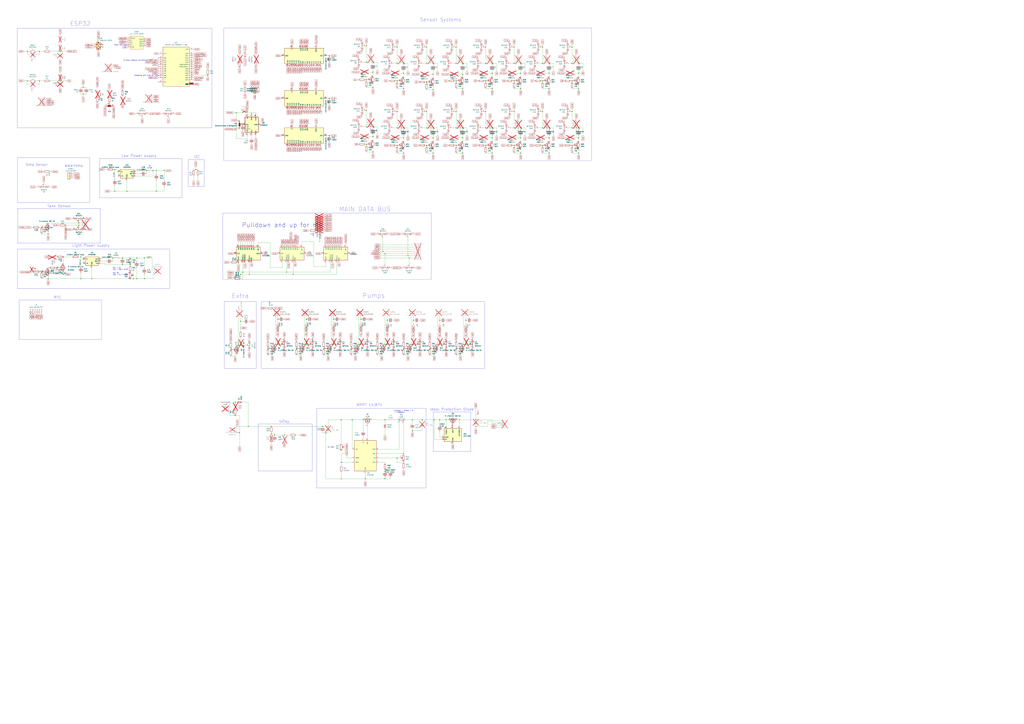
<source format=kicad_sch>
(kicad_sch
	(version 20231120)
	(generator "eeschema")
	(generator_version "8.0")
	(uuid "c26e8d55-0b6e-4c4e-b7c8-b1fed973201c")
	(paper "A0")
	(title_block
		(title "Plant Controller")
		(date "2020-12-21")
		(rev "0.4a")
		(company "C3MA")
	)
	
	(junction
		(at 278.13 502.92)
		(diameter 0)
		(color 0 0 0 0)
		(uuid "006314ff-9060-4674-a7fc-dac02fc6a66c")
	)
	(junction
		(at 314.96 504.19)
		(diameter 0)
		(color 0 0 0 0)
		(uuid "01041127-725b-4ce5-8f58-38fb3fd24a79")
	)
	(junction
		(at 571.5 102.87)
		(diameter 0)
		(color 0 0 0 0)
		(uuid "026b3c24-c4bc-4ca0-82cb-9b3a3781338b")
	)
	(junction
		(at 190.5 198.12)
		(diameter 0)
		(color 0 0 0 0)
		(uuid "044b370d-4a42-4fab-a8a0-78f235931201")
	)
	(junction
		(at 502.92 104.14)
		(diameter 0)
		(color 0 0 0 0)
		(uuid "05921202-6f3d-47e7-afc8-54cf16183806")
	)
	(junction
		(at 424.18 556.26)
		(diameter 0)
		(color 0 0 0 0)
		(uuid "064498dc-e504-4f86-9f3f-c7515e3a87b5")
	)
	(junction
		(at 637.54 177.8)
		(diameter 0)
		(color 0 0 0 0)
		(uuid "067aeb1c-cd17-40a2-9804-d78ecf21918c")
	)
	(junction
		(at 93.98 298.45)
		(diameter 0)
		(color 0 0 0 0)
		(uuid "06d8b90d-baa0-4504-baff-642acafdb6f4")
	)
	(junction
		(at 320.04 400.05)
		(diameter 0)
		(color 0 0 0 0)
		(uuid "09028f9d-45e1-4366-826a-88a396abe002")
	)
	(junction
		(at 671.83 177.8)
		(diameter 0)
		(color 0 0 0 0)
		(uuid "09e9f518-61d1-4fd0-86ec-2ca41f027627")
	)
	(junction
		(at 449.58 400.05)
		(diameter 0)
		(color 0 0 0 0)
		(uuid "0a372b77-1bd4-4b2a-8539-3c6b9cb168d3")
	)
	(junction
		(at 495.3 54.61)
		(diameter 0)
		(color 0 0 0 0)
		(uuid "0b9bd1bd-5d87-4203-ac6d-25f132a9d650")
	)
	(junction
		(at 664.21 168.91)
		(diameter 0)
		(color 0 0 0 0)
		(uuid "0bf93224-513b-43b0-b34e-b83cf88ace50")
	)
	(junction
		(at 287.02 129.54)
		(diameter 0)
		(color 0 0 0 0)
		(uuid "0c1a2e2b-69cb-4ba8-9ed6-a21b6fe1cbe7")
	)
	(junction
		(at 31.75 59.69)
		(diameter 0)
		(color 0 0 0 0)
		(uuid "0c801748-df91-4145-83f3-9b19cb585cd0")
	)
	(junction
		(at 433.07 72.39)
		(diameter 0)
		(color 0 0 0 0)
		(uuid "0ebeefe8-2447-4c3c-80b1-d0d61f1efb48")
	)
	(junction
		(at 93.98 323.85)
		(diameter 0)
		(color 0 0 0 0)
		(uuid "0eea3930-0275-4c9f-97c6-e4491faf7ffd")
	)
	(junction
		(at 537.21 73.66)
		(diameter 0)
		(color 0 0 0 0)
		(uuid "0f7c9f5b-15c0-4d15-9880-73614b9dc27c")
	)
	(junction
		(at 289.56 318.77)
		(diameter 0)
		(color 0 0 0 0)
		(uuid "100d0f8b-2f86-49dd-861e-b2d9c9a4a2d9")
	)
	(junction
		(at 478.79 500.38)
		(diameter 0)
		(color 0 0 0 0)
		(uuid "136b5f16-d5fe-4c8a-8508-0e9ad86f8f43")
	)
	(junction
		(at 396.24 537.21)
		(diameter 0)
		(color 0 0 0 0)
		(uuid "14871bbb-dfd8-4195-8c14-9ec80a720539")
	)
	(junction
		(at 447.04 294.64)
		(diameter 0)
		(color 0 0 0 0)
		(uuid "14b6b14d-4e33-4c9c-a6d4-2829760e6cc4")
	)
	(junction
		(at 490.22 487.68)
		(diameter 0)
		(color 0 0 0 0)
		(uuid "15c019f7-a03b-47ae-a51c-abc73c51bd40")
	)
	(junction
		(at 563.88 54.61)
		(diameter 0)
		(color 0 0 0 0)
		(uuid "1b762162-080c-4e36-b68b-d3bd15571f83")
	)
	(junction
		(at 273.05 467.36)
		(diameter 0)
		(color 0 0 0 0)
		(uuid "1de64cec-e748-4c12-b5b5-b7d914424890")
	)
	(junction
		(at 368.3 265.43)
		(diameter 0)
		(color 0 0 0 0)
		(uuid "1e71c6eb-62eb-41d4-bfde-df1e7aa7c319")
	)
	(junction
		(at 468.63 85.09)
		(diameter 0)
		(color 0 0 0 0)
		(uuid "1f4e3c83-7f84-4013-8458-3254f2649743")
	)
	(junction
		(at 276.86 401.32)
		(diameter 0)
		(color 0 0 0 0)
		(uuid "2124662e-0101-4907-a279-d22f77f179e9")
	)
	(junction
		(at 419.1 370.84)
		(diameter 0)
		(color 0 0 0 0)
		(uuid "2125b107-250d-44b9-ae2a-63555b15b96b")
	)
	(junction
		(at 271.78 322.58)
		(diameter 0)
		(color 0 0 0 0)
		(uuid "21c9489c-b7e7-411e-8242-06cb982ccdfb")
	)
	(junction
		(at 273.05 482.6)
		(diameter 0)
		(color 0 0 0 0)
		(uuid "2235abed-6314-47fb-bd0d-6abfcbf38d24")
	)
	(junction
		(at 541.02 400.05)
		(diameter 0)
		(color 0 0 0 0)
		(uuid "225164a2-0641-4a42-83a1-eb3ceb752f37")
	)
	(junction
		(at 387.35 370.84)
		(diameter 0)
		(color 0 0 0 0)
		(uuid "22b03adb-32c5-4612-9736-645d72daaf12")
	)
	(junction
		(at 510.54 487.68)
		(diameter 0)
		(color 0 0 0 0)
		(uuid "243935e2-4f6a-429d-bbc1-4327fafdf466")
	)
	(junction
		(at 368.3 262.89)
		(diameter 0)
		(color 0 0 0 0)
		(uuid "252d4a75-2db7-460c-aaed-b4520213017f")
	)
	(junction
		(at 425.45 92.71)
		(diameter 0)
		(color 0 0 0 0)
		(uuid "25d1ef73-18e6-4b45-b6a0-d161dc281a1c")
	)
	(junction
		(at 158.75 299.72)
		(diameter 0)
		(color 0 0 0 0)
		(uuid "27bdfd08-9fa2-4018-8386-f5f9458ea23f")
	)
	(junction
		(at 407.67 405.13)
		(diameter 0)
		(color 0 0 0 0)
		(uuid "288439ce-4d40-4524-9a56-c937c30e7f5c")
	)
	(junction
		(at 96.52 300.99)
		(diameter 0)
		(color 0 0 0 0)
		(uuid "2977a76b-3c36-4356-9c23-ef25b0e79774")
	)
	(junction
		(at 480.06 400.05)
		(diameter 0)
		(color 0 0 0 0)
		(uuid "2affe026-8dd0-4fb0-90f9-21a8fa9a4bdc")
	)
	(junction
		(at 461.01 148.59)
		(diameter 0)
		(color 0 0 0 0)
		(uuid "30055c98-462c-4777-a626-cf867239e38d")
	)
	(junction
		(at 55.88 323.85)
		(diameter 0)
		(color 0 0 0 0)
		(uuid "30c447cc-ce18-498c-a30a-de1223bde459")
	)
	(junction
		(at 671.83 148.59)
		(diameter 0)
		(color 0 0 0 0)
		(uuid "31a2a121-855b-4cf9-8440-5bbee3de3f05")
	)
	(junction
		(at 433.07 83.82)
		(diameter 0)
		(color 0 0 0 0)
		(uuid "31ba5875-8927-4bfd-a4f8-3adf246769c4")
	)
	(junction
		(at 596.9 93.98)
		(diameter 0)
		(color 0 0 0 0)
		(uuid "32072a9c-d2dd-4fe3-9085-b2b6c66fab96")
	)
	(junction
		(at 66.04 311.15)
		(diameter 0)
		(color 0 0 0 0)
		(uuid "33109daa-b629-475e-bf83-217328126604")
	)
	(junction
		(at 281.94 144.78)
		(diameter 0)
		(color 0 0 0 0)
		(uuid "348bf06b-daf7-4d97-b82c-b8a5bbf3d06b")
	)
	(junction
		(at 322.58 400.05)
		(diameter 0)
		(color 0 0 0 0)
		(uuid "34e846f7-9dcf-4f40-8420-68c319584cee")
	)
	(junction
		(at 433.07 158.75)
		(diameter 0)
		(color 0 0 0 0)
		(uuid "37a79285-75dc-47b1-85e2-e9c3d074f7c7")
	)
	(junction
		(at 381 495.3)
		(diameter 0)
		(color 0 0 0 0)
		(uuid "394a6417-c4c4-43a0-ad22-7a964e628e7d")
	)
	(junction
		(at 571.5 73.66)
		(diameter 0)
		(color 0 0 0 0)
		(uuid "3cc3bd38-c946-4c29-a625-e712e268d838")
	)
	(junction
		(at 314.96 513.08)
		(diameter 0)
		(color 0 0 0 0)
		(uuid "3d8fb177-4b5a-4526-95fd-c4109587c044")
	)
	(junction
		(at 274.32 130.81)
		(diameter 0)
		(color 0 0 0 0)
		(uuid "3e916cc3-c4bb-4a04-9995-635a73841757")
	)
	(junction
		(at 537.21 86.36)
		(diameter 0)
		(color 0 0 0 0)
		(uuid "4120f630-88f8-4958-99c5-be8a6b4772f2")
	)
	(junction
		(at 461.01 93.98)
		(diameter 0)
		(color 0 0 0 0)
		(uuid "4126858c-c206-4bef-b39b-428bcec4deec")
	)
	(junction
		(at 508 400.05)
		(diameter 0)
		(color 0 0 0 0)
		(uuid "415b2ab4-f4dd-4fee-870b-9ba95dac6a8b")
	)
	(junction
		(at 571.5 148.59)
		(diameter 0)
		(color 0 0 0 0)
		(uuid "4406cfee-0ff2-44ef-a1ef-e6149581217c")
	)
	(junction
		(at 69.85 59.69)
		(diameter 0)
		(color 0 0 0 0)
		(uuid "44bf766d-2222-4637-ada1-6cbff94abbf8")
	)
	(junction
		(at 151.13 323.85)
		(diameter 0)
		(color 0 0 0 0)
		(uuid "44cd3143-c150-4d17-bd07-6ba56767d7c5")
	)
	(junction
		(at 495.3 168.91)
		(diameter 0)
		(color 0 0 0 0)
		(uuid "4593d6e5-bc8e-48f0-9775-93846c33113e")
	)
	(junction
		(at 552.45 487.68)
		(diameter 0)
		(color 0 0 0 0)
		(uuid "464f670a-23da-4072-9135-c7f8cde45344")
	)
	(junction
		(at 353.06 400.05)
		(diameter 0)
		(color 0 0 0 0)
		(uuid "477944b3-0f91-44bb-99ca-1f00b91186f2")
	)
	(junction
		(at 637.54 85.09)
		(diameter 0)
		(color 0 0 0 0)
		(uuid "48fa581b-e31c-40cd-be78-2d3ece0a1d84")
	)
	(junction
		(at 461.01 54.61)
		(diameter 0)
		(color 0 0 0 0)
		(uuid "499fccfc-5e44-4fef-9ee9-4d1fdf9faa8f")
	)
	(junction
		(at 495.3 148.59)
		(diameter 0)
		(color 0 0 0 0)
		(uuid "4bdd9a73-35ba-455b-971d-29ad86479519")
	)
	(junction
		(at 344.17 405.13)
		(diameter 0)
		(color 0 0 0 0)
		(uuid "4c43d807-6025-4458-873e-b0e60bc37c3c")
	)
	(junction
		(at 664.21 54.61)
		(diameter 0)
		(color 0 0 0 0)
		(uuid "4f51b0d3-b93c-48c1-8f94-d8097a17151c")
	)
	(junction
		(at 142.24 299.72)
		(diameter 0)
		(color 0 0 0 0)
		(uuid "4fc5b79a-48b8-4875-b2fa-ce2c0b207ed6")
	)
	(junction
		(at 433.07 176.53)
		(diameter 0)
		(color 0 0 0 0)
		(uuid "5087ffa7-63f2-46a1-b798-fd54a43209da")
	)
	(junction
		(at 419.1 400.05)
		(diameter 0)
		(color 0 0 0 0)
		(uuid "547e0024-8ca5-4fd9-9ed0-6e6fa4efe2d1")
	)
	(junction
		(at 433.07 101.6)
		(diameter 0)
		(color 0 0 0 0)
		(uuid "548c700b-f320-487b-b1e6-213ddcf734d3")
	)
	(junction
		(at 276.86 304.8)
		(diameter 0)
		(color 0 0 0 0)
		(uuid "54c228c6-a419-4461-b51c-f4689ab11c16")
	)
	(junction
		(at 480.06 372.11)
		(diameter 0)
		(color 0 0 0 0)
		(uuid "54f14d31-ee75-4d90-bbd6-d53b9269dae6")
	)
	(junction
		(at 596.9 168.91)
		(diameter 0)
		(color 0 0 0 0)
		(uuid "553fd55b-c9b0-4d42-8fea-fe608c6b3e8f")
	)
	(junction
		(at 504.19 487.68)
		(diameter 0)
		(color 0 0 0 0)
		(uuid "55707df8-1ce8-4b01-b189-1ba64f13e6d9")
	)
	(junction
		(at 447.04 487.68)
		(diameter 0)
		(color 0 0 0 0)
		(uuid "557c9344-c4f5-407c-87a3-c05772708fc7")
	)
	(junction
		(at 425.45 128.27)
		(diameter 0)
		(color 0 0 0 0)
		(uuid "56ab9f7a-a80d-45b5-9f13-38a6ae5e5a2f")
	)
	(junction
		(at 227.33 196.85)
		(diameter 0)
		(color 0 0 0 0)
		(uuid "59cefdea-f0fc-4a2c-8ab5-1fb284bbff64")
	)
	(junction
		(at 48.26 264.16)
		(diameter 0)
		(color 0 0 0 0)
		(uuid "5a159a05-57fa-411f-9de3-7f0e035fb745")
	)
	(junction
		(at 154.94 323.85)
		(diameter 0)
		(color 0 0 0 0)
		(uuid "5a782664-d096-4b9f-8da4-e576a5adbff8")
	)
	(junction
		(at 468.63 527.05)
		(diameter 0)
		(color 0 0 0 0)
		(uuid "5aef8b40-8452-4805-a5e4-da8d93469853")
	)
	(junction
		(at 461.01 532.13)
		(diameter 0)
		(color 0 0 0 0)
		(uuid "5daa4784-f5ea-45b1-b6e6-5ed7605a4fd9")
	)
	(junction
		(at 604.52 85.09)
		(diameter 0)
		(color 0 0 0 0)
		(uuid "5db28c81-ecda-48cf-9cf5-82a4652c2d72")
	)
	(junction
		(at 596.9 73.66)
		(diameter 0)
		(color 0 0 0 0)
		(uuid "5de7b025-2047-4e98-ad34-d25039409f9e")
	)
	(junction
		(at 311.15 405.13)
		(diameter 0)
		(color 0 0 0 0)
		(uuid "5df117be-4263-48e0-a710-5721bdeecfb9")
	)
	(junction
		(at 382.27 157.48)
		(diameter 0)
		(color 0 0 0 0)
		(uuid "5e7a5161-1647-47d6-9e0b-ff9ce9e31b86")
	)
	(junction
		(at 495.3 95.25)
		(diameter 0)
		(color 0 0 0 0)
		(uuid "5ebba679-b1e7-40e7-a21c-eaac87c82160")
	)
	(junction
		(at 433.07 147.32)
		(diameter 0)
		(color 0 0 0 0)
		(uuid "5ee86e6c-9861-45ff-aaf3-b0ce155250f5")
	)
	(junction
		(at 533.4 487.68)
		(diameter 0)
		(color 0 0 0 0)
		(uuid "60684402-d96a-439d-a47a-f1940a639b1b")
	)
	(junction
		(at 637.54 73.66)
		(diameter 0)
		(color 0 0 0 0)
		(uuid "6283297a-b875-4df2-a42b-317a52403718")
	)
	(junction
		(at 133.35 222.25)
		(diameter 0)
		(color 0 0 0 0)
		(uuid "62e83d49-6450-4f8e-9161-9823cbd9fa8a")
	)
	(junction
		(at 396.24 556.26)
		(diameter 0)
		(color 0 0 0 0)
		(uuid "62e8e510-5776-41a5-b7ef-659764595cf0")
	)
	(junction
		(at 629.92 54.61)
		(diameter 0)
		(color 0 0 0 0)
		(uuid "639a9374-4baa-414a-a5c4-7e13d2852c2e")
	)
	(junction
		(at 468.63 102.87)
		(diameter 0)
		(color 0 0 0 0)
		(uuid "650b02e4-fb4a-4097-88f3-57b476d8f112")
	)
	(junction
		(at 529.59 54.61)
		(diameter 0)
		(color 0 0 0 0)
		(uuid "66f71efe-5a3b-4842-81ad-702f6a9183fb")
	)
	(junction
		(at 332.74 316.23)
		(diameter 0)
		(color 0 0 0 0)
		(uuid "68f4d8af-c27e-4056-a2a9-dbd2514de570")
	)
	(junction
		(at 664.21 93.98)
		(diameter 0)
		(color 0 0 0 0)
		(uuid "690f2dc5-5473-4546-a0f5-1e3f20786db0")
	)
	(junction
		(at 478.79 487.68)
		(diameter 0)
		(color 0 0 0 0)
		(uuid "697147b1-0224-4f54-a454-fb14851852a2")
	)
	(junction
		(at 502.92 73.66)
		(diameter 0)
		(color 0 0 0 0)
		(uuid "6b072436-9cc5-44f0-8cab-e5273772d205")
	)
	(junction
		(at 518.16 487.68)
		(diameter 0)
		(color 0 0 0 0)
		(uuid "6b9d9747-b3ff-43d2-8486-466834aa4452")
	)
	(junction
		(at 447.04 547.37)
		(diameter 0)
		(color 0 0 0 0)
		(uuid "6bee4d3f-40c6-4254-8d07-1c0c6ec2a6f4")
	)
	(junction
		(at 449.58 372.11)
		(diameter 0)
		(color 0 0 0 0)
		(uuid "6c849387-b46a-4c70-adb8-4a7816d1702c")
	)
	(junction
		(at 130.81 299.72)
		(diameter 0)
		(color 0 0 0 0)
		(uuid "6e8888f6-ec84-4dea-a75b-c49e51edec1e")
	)
	(junction
		(at 571.5 177.8)
		(diameter 0)
		(color 0 0 0 0)
		(uuid "6ee7607b-1843-4037-994f-9b421f85c34b")
	)
	(junction
		(at 596.9 148.59)
		(diameter 0)
		(color 0 0 0 0)
		(uuid "708152d4-5c67-4c3c-967a-78dd154354ad")
	)
	(junction
		(at 529.59 93.98)
		(diameter 0)
		(color 0 0 0 0)
		(uuid "718782ac-57c8-435b-9457-ce995955847d")
	)
	(junction
		(at 368.3 257.81)
		(diameter 0)
		(color 0 0 0 0)
		(uuid "7357611e-6eb5-4b44-a3c1-ee563f8ae0ea")
	)
	(junction
		(at 447.04 400.05)
		(diameter 0)
		(color 0 0 0 0)
		(uuid "74872d2f-df92-44ce-a737-7d0693ac46a3")
	)
	(junction
		(at 288.29 495.3)
		(diameter 0)
		(color 0 0 0 0)
		(uuid "74d5e0e4-cd91-4e01-8980-afaf347113fd")
	)
	(junction
		(at 91.44 259.08)
		(diameter 0)
		(color 0 0 0 0)
		(uuid "750169c9-8dda-4196-8b70-7629a1386317")
	)
	(junction
		(at 421.64 487.68)
		(diameter 0)
		(color 0 0 0 0)
		(uuid "792fa4db-0ff6-47c2-b282-e4d8f6701888")
	)
	(junction
		(at 637.54 102.87)
		(diameter 0)
		(color 0 0 0 0)
		(uuid "79ec289a-2f85-4055-9210-f7916fbc3d1f")
	)
	(junction
		(at 596.9 54.61)
		(diameter 0)
		(color 0 0 0 0)
		(uuid "7a5115d1-34f1-4afd-aab6-8c3f89df22ba")
	)
	(junction
		(at 671.83 160.02)
		(diameter 0)
		(color 0 0 0 0)
		(uuid "7e319f56-b85a-4463-b8f9-7ad8f5763ea8")
	)
	(junction
		(at 147.32 222.25)
		(diameter 0)
		(color 0 0 0 0)
		(uuid "7ea02348-2ae2-4ac7-a02a-9029063eb3d7")
	)
	(junction
		(at 637.54 160.02)
		(diameter 0)
		(color 0 0 0 0)
		(uuid "7eac8976-1652-4c0a-a76d-0530fe3ae3ae")
	)
	(junction
		(at 461.01 129.54)
		(diameter 0)
		(color 0 0 0 0)
		(uuid "7f0237e1-1d71-4027-86cb-d7488d6dce27")
	)
	(junction
		(at 281.94 316.23)
		(diameter 0)
		(color 0 0 0 0)
		(uuid "805ba7db-9e85-428e-9f5b-9063e8278c60")
	)
	(junction
		(at 468.63 405.13)
		(diameter 0)
		(color 0 0 0 0)
		(uuid "80f5b8a1-cdbe-4850-a609-339b8c898669")
	)
	(junction
		(at 473.71 297.18)
		(diameter 0)
		(color 0 0 0 0)
		(uuid "819a85d3-cd43-455c-8023-715c1f29dcd2")
	)
	(junction
		(at 502.92 160.02)
		(diameter 0)
		(color 0 0 0 0)
		(uuid "8239b883-7ac0-49ae-91b3-07b3826c7fe2")
	)
	(junction
		(at 73.66 298.45)
		(diameter 0)
		(color 0 0 0 0)
		(uuid "82572895-6594-489b-b5dd-a8b4d09bcb09")
	)
	(junction
		(at 177.8 198.12)
		(diameter 0)
		(color 0 0 0 0)
		(uuid "843e9870-799e-444a-a4e6-716ced5cbe43")
	)
	(junction
		(at 637.54 148.59)
		(diameter 0)
		(color 0 0 0 0)
		(uuid "89062818-c01b-4c5a-a12c-1e35d52780ff")
	)
	(junction
		(at 425.45 53.34)
		(diameter 0)
		(color 0 0 0 0)
		(uuid "89c9668d-eb10-4371-9427-2b0654758741")
	)
	(junction
		(at 563.88 93.98)
		(diameter 0)
		(color 0 0 0 0)
		(uuid "8bd86f79-7f9c-4c30-9dd8-981806e53813")
	)
	(junction
		(at 671.83 102.87)
		(diameter 0)
		(color 0 0 0 0)
		(uuid "8db1d203-e627-40a1-9aa1-eb87a34a27ca")
	)
	(junction
		(at 76.2 261.62)
		(diameter 0)
		(color 0 0 0 0)
		(uuid "8dbf3f53-4dbe-4577-8253-5d3d05e20a7d")
	)
	(junction
		(at 375.92 405.13)
		(diameter 0)
		(color 0 0 0 0)
		(uuid "8ddc18df-7f6d-40fe-971f-5b7ea913cac2")
	)
	(junction
		(at 495.3 73.66)
		(diameter 0)
		(color 0 0 0 0)
		(uuid "91f51afc-74e9-4689-bf90-5b054783b568")
	)
	(junction
		(at 137.16 199.39)
		(diameter 0)
		(color 0 0 0 0)
		(uuid "9330ab14-2e88-49fc-b8ec-647acef19c05")
	)
	(junction
		(at 425.45 147.32)
		(diameter 0)
		(color 0 0 0 0)
		(uuid "93f019f6-1cb2-47ce-ad4a-b71afdbed778")
	)
	(junction
		(at 529.59 129.54)
		(diameter 0)
		(color 0 0 0 0)
		(uuid "943b67a7-896a-4d51-b5a7-cd6889520825")
	)
	(junction
		(at 571.5 160.02)
		(diameter 0)
		(color 0 0 0 0)
		(uuid "944582dc-9ad6-4270-b98c-6b7423b11410")
	)
	(junction
		(at 537.21 148.59)
		(diameter 0)
		(color 0 0 0 0)
		(uuid "957e10ff-76bd-489f-b9fe-ab1fdb884450")
	)
	(junction
		(at 368.3 255.27)
		(diameter 0)
		(color 0 0 0 0)
		(uuid "95e16490-1476-42b0-b339-2eae951bab1c")
	)
	(junction
		(at 151.13 307.34)
		(diameter 0)
		(color 0 0 0 0)
		(uuid "96f15460-13f3-4312-89f8-b71934eaedb8")
	)
	(junction
		(at 671.83 73.66)
		(diameter 0)
		(color 0 0 0 0)
		(uuid "974cb32f-b17f-415b-a3ed-4c573300644d")
	)
	(junction
		(at 106.68 323.85)
		(diameter 0)
		(color 0 0 0 0)
		(uuid "977868cb-abe1-483f-8f43-5a8a20726067")
	)
	(junction
		(at 563.88 168.91)
		(diameter 0)
		(color 0 0 0 0)
		(uuid "979d0b85-f2dc-43e5-91a2-e7e9a479ccd3")
	)
	(junction
		(at 382.27 64.77)
		(diameter 0)
		(color 0 0 0 0)
		(uuid "99de8f7d-0bac-4189-8a58-7eb488261416")
	)
	(junction
		(at 552.45 495.3)
		(diameter 0)
		(color 0 0 0 0)
		(uuid "9a8358d1-ea0c-4e4d-bd7f-459dfdba752f")
	)
	(junction
		(at 571.5 85.09)
		(diameter 0)
		(color 0 0 0 0)
		(uuid "9b65336d-5277-4cda-9817-8d963731baca")
	)
	(junction
		(at 241.3 87.63)
		(diameter 0)
		(color 0 0 0 0)
		(uuid "9d32f91d-40f9-42f9-b044-70d19854227e")
	)
	(junction
		(at 510.54 372.11)
		(diameter 0)
		(color 0 0 0 0)
		(uuid "a1d7e5c8-d217-457c-b56c-ecad97fd4c0e")
	)
	(junction
		(at 538.48 400.05)
		(diameter 0)
		(color 0 0 0 0)
		(uuid "a29c0663-342d-4535-aac0-b31dad8318cf")
	)
	(junction
		(at 45.72 59.69)
		(diameter 0)
		(color 0 0 0 0)
		(uuid "a3104c80-278d-416a-b409-fd08d784c6c7")
	)
	(junction
		(at 563.88 73.66)
		(diameter 0)
		(color 0 0 0 0)
		(uuid "a4f2e3e9-2f62-4ed2-91cb-96ac4bea021e")
	)
	(junction
		(at 355.6 400.05)
		(diameter 0)
		(color 0 0 0 0)
		(uuid "a685894a-983c-450f-b9c3-4d7e6d929974")
	)
	(junction
		(at 425.45 167.64)
		(diameter 0)
		(color 0 0 0 0)
		(uuid "a692c08c-551f-44a7-adb6-606c3bb62932")
	)
	(junction
		(at 167.64 323.85)
		(diameter 0)
		(color 0 0 0 0)
		(uuid "a70da482-a861-4e2f-9d2b-6183a6f0f87e")
	)
	(junction
		(at 629.92 129.54)
		(diameter 0)
		(color 0 0 0 0)
		(uuid "a77abfe7-e262-4002-9648-a4dca1c184b1")
	)
	(junction
		(at 495.3 129.54)
		(diameter 0)
		(color 0 0 0 0)
		(uuid "a7ead05e-fd26-4f6a-98b1-c130e29a0605")
	)
	(junction
		(at 408.94 487.68)
		(diameter 0)
		(color 0 0 0 0)
		(uuid "a90e40e7-9f3e-4a7e-bc30-d292bc1ab9ed")
	)
	(junction
		(at 396.24 487.68)
		(diameter 0)
		(color 0 0 0 0)
		(uuid "a918e227-4862-4ef1-b1b4-1ecbab47421d")
	)
	(junction
		(at 529.59 168.91)
		(diameter 0)
		(color 0 0 0 0)
		(uuid "a97fc95b-6246-49f0-b0cf-bf3aa6f54de2")
	)
	(junction
		(at 99.06 266.7)
		(diameter 0)
		(color 0 0 0 0)
		(uuid "a99f2dd3-1db5-4646-bd5d-42af73cee85a")
	)
	(junction
		(at 378.46 502.92)
		(diameter 0)
		(color 0 0 0 0)
		(uuid "aa0d7669-67ff-4603-888b-7d15a03d73a6")
	)
	(junction
		(at 151.13 299.72)
		(diameter 0)
		(color 0 0 0 0)
		(uuid "aa659c87-6d9f-4a94-913b-ec00337baaa9")
	)
	(junction
		(at 537.21 160.02)
		(diameter 0)
		(color 0 0 0 0)
		(uuid "aa7470b0-25fe-426c-8e11-da1c1d924805")
	)
	(junction
		(at 142.24 307.34)
		(diameter 0)
		(color 0 0 0 0)
		(uuid "ab83cc7b-a4bb-42ce-806a-ad57b1f1f16f")
	)
	(junction
		(at 318.77 505.46)
		(diameter 0)
		(color 0 0 0 0)
		(uuid "ac18742b-0669-4417-bf96-99d1ab0ff75f")
	)
	(junction
		(at 529.59 405.13)
		(diameter 0)
		(color 0 0 0 0)
		(uuid "ac6041ae-1077-46a6-b33a-6e568b0f7d89")
	)
	(junction
		(at 297.18 107.95)
		(diameter 0)
		(color 0 0 0 0)
		(uuid "ad6aca5a-aa99-4b42-a3e4-f6f27dae664e")
	)
	(junction
		(at 355.6 370.84)
		(diameter 0)
		(color 0 0 0 0)
		(uuid "ae161ff6-e303-4db5-b037-b1f45682a4bb")
	)
	(junction
		(at 604.52 73.66)
		(diameter 0)
		(color 0 0 0 0)
		(uuid "af24c530-bace-4098-b28e-8213bb1a8743")
	)
	(junction
		(at 295.91 107.95)
		(diameter 0)
		(color 0 0 0 0)
		(uuid "af4549b6-4e25-4c36-b4d9-5cfa50547ca1")
	)
	(junction
		(at 382.27 114.3)
		(diameter 0)
		(color 0 0 0 0)
		(uuid "b5f987b1-82e9-4d50-afd8-20682cecf96f")
	)
	(junction
		(at 468.63 177.8)
		(diameter 0)
		(color 0 0 0 0)
		(uuid "b88c6033-15ac-4b13-83da-7bbe1c1195dd")
	)
	(junction
		(at 502.92 177.8)
		(diameter 0)
		(color 0 0 0 0)
		(uuid "bb2d97e8-7888-40b3-ad5f-0b2ed971ec7b")
	)
	(junction
		(at 73.66 318.77)
		(diameter 0)
		(color 0 0 0 0)
		(uuid "c1341956-3e76-4b89-ab41-469a1db0015c")
	)
	(junction
		(at 510.54 400.05)
		(diameter 0)
		(color 0 0 0 0)
		(uuid "c1611925-d0ac-42a4-83ae-6844b1cb71e3")
	)
	(junction
		(at 461.01 73.66)
		(diameter 0)
		(color 0 0 0 0)
		(uuid "c1f12c77-fc36-4c4e-9402-b971f8787376")
	)
	(junction
		(at 91.44 261.62)
		(diameter 0)
		(color 0 0 0 0)
		(uuid "c2c812ed-41b4-4200-984f-e76eae1d14de")
	)
	(junction
		(at 45.72 93.98)
		(diameter 0)
		(color 0 0 0 0)
		(uuid "c39add44-ba76-41fb-8f18-28fa0366e282")
	)
	(junction
		(at 314.96 495.3)
		(diameter 0)
		(color 0 0 0 0)
		(uuid "c658b47a-3e79-4147-ac21-89a17ecf409a")
	)
	(junction
		(at 322.58 370.84)
		(diameter 0)
		(color 0 0 0 0)
		(uuid "c6d07995-bb57-4c01-9d40-c8c408016a09")
	)
	(junction
		(at 468.63 73.66)
		(diameter 0)
		(color 0 0 0 0)
		(uuid "c9bcc4dd-2e45-4814-917d-222bf96092ff")
	)
	(junction
		(at 181.61 222.25)
		(diameter 0)
		(color 0 0 0 0)
		(uuid "cac620f5-0af6-41f8-9844-d9f07ee0c129")
	)
	(junction
		(at 279.4 373.38)
		(diameter 0)
		(color 0 0 0 0)
		(uuid "cbfbbc2e-484a-4954-8dc2-c7386c5d1301")
	)
	(junction
		(at 529.59 73.66)
		(diameter 0)
		(color 0 0 0 0)
		(uuid "cc4db2b3-7a3d-4ef2-b3b0-bc2a5b38938e")
	)
	(junction
		(at 133.35 196.85)
		(diameter 0)
		(color 0 0 0 0)
		(uuid "cc922bc0-96bd-4b17-b53a-b9b1b8fdaebf")
	)
	(junction
		(at 294.64 107.95)
		(diameter 0)
		(color 0 0 0 0)
		(uuid "cd4269e0-1f42-4344-8d26-de82a41ddaff")
	)
	(junction
		(at 629.92 93.98)
		(diameter 0)
		(color 0 0 0 0)
		(uuid "ceefa2d2-00e3-4b3c-a7ad-0e8ac388ebb9")
	)
	(junction
		(at 604.52 177.8)
		(diameter 0)
		(color 0 0 0 0)
		(uuid "d001e9a1-587b-41cc-81aa-c56d8da361ee")
	)
	(junction
		(at 499.11 405.13)
		(diameter 0)
		(color 0 0 0 0)
		(uuid "d0ccfc37-9d2e-4994-b901-fab6c387aa2a")
	)
	(junction
		(at 537.21 177.8)
		(diameter 0)
		(color 0 0 0 0)
		(uuid "d1010438-7a43-4538-9e86-217bd01f8c14")
	)
	(junction
		(at 368.3 267.97)
		(diameter 0)
		(color 0 0 0 0)
		(uuid "d14a960b-df64-4cee-80fc-25c3debc3b63")
	)
	(junction
		(at 158.75 323.85)
		(diameter 0)
		(color 0 0 0 0)
		(uuid "d17c286e-9606-4cb2-902a-10021903ed9a")
	)
	(junction
		(at 671.83 85.09)
		(diameter 0)
		(color 0 0 0 0)
		(uuid "d1d52e82-91ba-48cd-b468-139b1071e8d5")
	)
	(junction
		(at 31.75 93.98)
		(diameter 0)
		(color 0 0 0 0)
		(uuid "d2b0a197-1410-44de-bdc3-e63959ff5b39")
	)
	(junction
		(at 537.21 102.87)
		(diameter 0)
		(color 0 0 0 0)
		(uuid "d2b90904-e6cb-4742-881e-0fd35570115c")
	)
	(junction
		(at 368.3 252.73)
		(diameter 0)
		(color 0 0 0 0)
		(uuid "d48d5ecb-021c-46d1-b6e1-8cccf5ad30d1")
	)
	(junction
		(at 55.88 271.78)
		(diameter 0)
		(color 0 0 0 0)
		(uuid "d6db9766-b81b-4a66-bc0a-843f0aeb559b")
	)
	(junction
		(at 541.02 372.11)
		(diameter 0)
		(color 0 0 0 0)
		(uuid "d776c8dc-ee54-41b4-8224-e7ddbf0679dc")
	)
	(junction
		(at 438.15 405.13)
		(diameter 0)
		(color 0 0 0 0)
		(uuid "db8fa153-556e-4fc4-a8b6-63a7062d08ed")
	)
	(junction
		(at 425.45 72.39)
		(diameter 0)
		(color 0 0 0 0)
		(uuid "dc8c6e94-1eff-45c1-b92e-b1caf2f34015")
	)
	(junction
		(at 181.61 198.12)
		(diameter 0)
		(color 0 0 0 0)
		(uuid "dd5d2f91-6f31-4419-a01a-1ac3389098ab")
	)
	(junction
		(at 374.65 495.3)
		(diameter 0)
		(color 0 0 0 0)
		(uuid "dda3d65b-6f54-4ee4-b1a0-dc35f1b01992")
	)
	(junction
		(at 170.18 198.12)
		(diameter 0)
		(color 0 0 0 0)
		(uuid "de92b6a6-7a53-41cb-a051-66e1e7d1d440")
	)
	(junction
		(at 368.3 260.35)
		(diameter 0)
		(color 0 0 0 0)
		(uuid "dfafa1ec-5cf4-4609-89b7-e43a37c90c17")
	)
	(junction
		(at 529.59 148.59)
		(diameter 0)
		(color 0 0 0 0)
		(uuid "e018a52d-1f7f-43d2-9757-f2f7c2a0a9c0")
	)
	(junction
		(at 604.52 148.59)
		(diameter 0)
		(color 0 0 0 0)
		(uuid "e0334824-28a0-4a4e-ab6d-b2e5a2ed4e19")
	)
	(junction
		(at 604.52 160.02)
		(diameter 0)
		(color 0 0 0 0)
		(uuid "e03df205-b0f8-4eb0-94ac-6d108b56efdd")
	)
	(junction
		(at 330.2 505.46)
		(diameter 0)
		(color 0 0 0 0)
		(uuid "e2f6e31f-b2af-4b71-9817-61b154679a81")
	)
	(junction
		(at 664.21 73.66)
		(diameter 0)
		(color 0 0 0 0)
		(uuid "e3a79e63-e583-47fd-8a7e-9e2f377a96f0")
	)
	(junction
		(at 267.97 406.4)
		(diameter 0)
		(color 0 0 0 0)
		(uuid "e3bac401-521f-443a-951f-18f502070861")
	)
	(junction
		(at 340.36 318.77)
		(diameter 0)
		(color 0 0 0 0)
		(uuid "e464f851-f7e1-4e95-b3ff-5a5e1e06a88d")
	)
	(junction
		(at 167.64 299.72)
		(diameter 0)
		(color 0 0 0 0)
		(uuid "e48746df-7668-499a-98dc-b9ffcda2bccd")
	)
	(junction
		(at 48.26 316.23)
		(diameter 0)
		(color 0 0 0 0)
		(uuid "e4c2dbc9-3598-4718-afb3-500c7ff75445")
	)
	(junction
		(at 447.04 556.26)
		(diameter 0)
		(color 0 0 0 0)
		(uuid "e5f993bb-4d95-4a9a-b24b-923011bb963a")
	)
	(junction
		(at 387.35 400.05)
		(diameter 0)
		(color 0 0 0 0)
		(uuid "e6344c4b-5e26-4315-8e1d-efd642df3581")
	)
	(junction
		(at 563.88 148.59)
		(diameter 0)
		(color 0 0 0 0)
		(uuid "e76d7a19-9315-45bb-9ea4-e65adba1a7a8")
	)
	(junction
		(at 444.5 292.1)
		(diameter 0)
		(color 0 0 0 0)
		(uuid "e86900c0-86ce-4777-88bb-4f9ecf777fc0")
	)
	(junction
		(at 629.92 168.91)
		(diameter 0)
		(color 0 0 0 0)
		(uuid "e879c254-09e3-4fcf-9f2d-28dd7d9ba433")
	)
	(junction
		(at 468.63 148.59)
		(diameter 0)
		(color 0 0 0 0)
		(uuid "e97dcb44-7b48-4f00-aba6-795f672687ba")
	)
	(junction
		(at 279.4 401.32)
		(diameter 0)
		(color 0 0 0 0)
		(uuid "ea81a12e-80a8-4055-a8fc-17c9562b0042")
	)
	(junction
		(at 279.4 318.77)
		(diameter 0)
		(color 0 0 0 0)
		(uuid "eb134ef6-0e32-46e8-9263-d8797dfe432d")
	)
	(junction
		(at 629.92 73.66)
		(diameter 0)
		(color 0 0 0 0)
		(uuid "ec234dbf-5504-4d77-9942-03edf134f9e0")
	)
	(junction
		(at 96.52 109.22)
		(diameter 0)
		(color 0 0 0 0)
		(uuid "eccbfa59-0c6d-47df-8d18-db1d8a427072")
	)
	(junction
		(at 69.85 93.98)
		(diameter 0)
		(color 0 0 0 0)
		(uuid "ed603a96-a752-490d-9f6b-e11a5c28a267")
	)
	(junction
		(at 629.92 148.59)
		(diameter 0)
		(color 0 0 0 0)
		(uuid "ee1a89d1-031b-4d98-a62d-973c7823ade8")
	)
	(junction
		(at 477.52 400.05)
		(diameter 0)
		(color 0 0 0 0)
		(uuid "ee4ab3a4-59f7-4db1-a482-501b9cb3788f")
	)
	(junction
		(at 474.98 299.72)
		(diameter 0)
		(color 0 0 0 0)
		(uuid "ef25ea8a-6f53-4ead-85fb-dc902e324c3a")
	)
	(junction
		(at 502.92 86.36)
		(diameter 0)
		(color 0 0 0 0)
		(uuid "efdf307e-8d67-430a-8c03-6dab3e4f4f72")
	)
	(junction
		(at 96.52 101.6)
		(diameter 0)
		(color 0 0 0 0)
		(uuid "f1a67806-2122-488a-be9e-3def99cac9b4")
	)
	(junction
		(at 468.63 160.02)
		(diameter 0)
		(color 0 0 0 0)
		(uuid "f3311c3a-ce52-435d-9996-86b7f9c1e897")
	)
	(junction
		(at 384.81 400.05)
		(diameter 0)
		(color 0 0 0 0)
		(uuid "f33c1570-2595-49f1-9ca5-56aecadb8578")
	)
	(junction
		(at 461.01 168.91)
		(diameter 0)
		(color 0 0 0 0)
		(uuid "f46f3c81-f81c-494b-940e-b2a7612a9b00")
	)
	(junction
		(at 502.92 148.59)
		(diameter 0)
		(color 0 0 0 0)
		(uuid "f97a5685-0e9a-42fc-8703-e760793b9fd0")
	)
	(junction
		(at 664.21 148.59)
		(diameter 0)
		(color 0 0 0 0)
		(uuid "fadeb8be-e293-403d-b08e-d4079f1d66c2")
	)
	(junction
		(at 596.9 129.54)
		(diameter 0)
		(color 0 0 0 0)
		(uuid "faf76a27-4651-4082-83d1-9449cc5a0db2")
	)
	(junction
		(at 664.21 129.54)
		(diameter 0)
		(color 0 0 0 0)
		(uuid "fd16341c-1c4c-4bd6-a643-9f711a9c3408")
	)
	(junction
		(at 563.88 129.54)
		(diameter 0)
		(color 0 0 0 0)
		(uuid "fd82d936-40c3-47c3-8f6b-5ed31b17a829")
	)
	(junction
		(at 604.52 102.87)
		(diameter 0)
		(color 0 0 0 0)
		(uuid "fedba8c9-8c3d-4d07-a3e2-646f50f83f6f")
	)
	(junction
		(at 416.56 400.05)
		(diameter 0)
		(color 0 0 0 0)
		(uuid "ff4c02dc-5696-44f6-8008-5806e9acfc7a")
	)
	(no_connect
		(at 38.1 364.49)
		(uuid "133b7027-41a1-4e09-a1e6-24d8bb033b2a")
	)
	(no_connect
		(at 396.24 523.24)
		(uuid "16bd24e1-85b5-4789-83d0-c7b0f2148660")
	)
	(no_connect
		(at 468.63 535.94)
		(uuid "4e457355-1d35-45ea-8f21-39e64314e210")
	)
	(no_connect
		(at 184.15 67.31)
		(uuid "6d645bf1-339f-4b38-a26a-bdd168ca591e")
	)
	(no_connect
		(at 119.38 54.61)
		(uuid "6e3bf7f5-ac34-42e8-8ef5-a375f9ec4670")
	)
	(no_connect
		(at 35.56 364.49)
		(uuid "a8b1637e-8d2e-4941-b9bd-532be9ff9ba7")
	)
	(no_connect
		(at 148.59 52.07)
		(uuid "ccf8b8c4-8dc6-49dd-82ca-0fc4daa36e35")
	)
	(no_connect
		(at 119.38 52.07)
		(uuid "d86b8e60-6beb-4fca-8d73-f997d63653a6")
	)
	(no_connect
		(at 292.1 132.08)
		(uuid "dd3ce984-3983-4f09-82f2-e087fd9c0ec0")
	)
	(no_connect
		(at 184.15 77.47)
		(uuid "f112b500-a680-49d1-8ed2-1da1c4b8baeb")
	)
	(no_connect
		(at 184.15 87.63)
		(uuid "f3c5dacd-33c5-408d-ad7a-be143502967e")
	)
	(wire
		(pts
			(xy 157.48 199.39) (xy 157.48 198.12)
		)
		(stroke
			(width 0)
			(type default)
		)
		(uuid "00544d92-b95c-48ab-bded-20aed4215a84")
	)
	(wire
		(pts
			(xy 468.63 99.06) (xy 468.63 102.87)
		)
		(stroke
			(width 0)
			(type default)
		)
		(uuid "00606928-bac5-4408-a3d7-21407fadee68")
	)
	(wire
		(pts
			(xy 41.91 63.5) (xy 45.72 63.5)
		)
		(stroke
			(width 0)
			(type default)
		)
		(uuid "0177a789-58ee-4342-a75b-6dc9759a0292")
	)
	(wire
		(pts
			(xy 176.53 313.69) (xy 176.53 299.72)
		)
		(stroke
			(width 0)
			(type default)
		)
		(uuid "017ff145-3761-41b1-9921-b6b9c4d34ef1")
	)
	(wire
		(pts
			(xy 438.15 81.28) (xy 438.15 72.39)
		)
		(stroke
			(width 0)
			(type default)
		)
		(uuid "01857332-fc13-4684-bb70-f9eee886c3a0")
	)
	(wire
		(pts
			(xy 510.54 372.11) (xy 510.54 377.19)
		)
		(stroke
			(width 0)
			(type default)
		)
		(uuid "019c3cdc-6669-4649-94f3-4ae853aeb18a")
	)
	(wire
		(pts
			(xy 604.52 173.99) (xy 604.52 177.8)
		)
		(stroke
			(width 0)
			(type default)
		)
		(uuid "01eb084a-fac6-4933-81d9-7496a9d7ebe6")
	)
	(wire
		(pts
			(xy 381 487.68) (xy 381 495.3)
		)
		(stroke
			(width 0)
			(type default)
		)
		(uuid "0209f908-9ab2-4859-bfcd-be82dd453d27")
	)
	(wire
		(pts
			(xy 55.88 259.08) (xy 91.44 259.08)
		)
		(stroke
			(width 0)
			(type default)
		)
		(uuid "02ba64d9-e763-4d47-978e-74978085583f")
	)
	(wire
		(pts
			(xy 314.96 513.08) (xy 314.96 516.89)
		)
		(stroke
			(width 0)
			(type default)
		)
		(uuid "02d9f525-81dc-4358-a721-5c3e828397c8")
	)
	(wire
		(pts
			(xy 381 410.21) (xy 381 412.75)
		)
		(stroke
			(width 0)
			(type default)
		)
		(uuid "0404e42b-a8e3-46d1-bd78-a03d3bf9ef75")
	)
	(wire
		(pts
			(xy 571.5 157.48) (xy 571.5 160.02)
		)
		(stroke
			(width 0)
			(type default)
		)
		(uuid "043cb6ff-a5c8-4fbb-82cf-aefb30c6af7f")
	)
	(wire
		(pts
			(xy 502.92 148.59) (xy 502.92 149.86)
		)
		(stroke
			(width 0)
			(type default)
		)
		(uuid "0476c96d-84c7-40c6-a537-1e276919c966")
	)
	(wire
		(pts
			(xy 322.58 368.3) (xy 322.58 370.84)
		)
		(stroke
			(width 0)
			(type default)
		)
		(uuid "0493a217-294f-4dbb-9ddb-266a136d82bf")
	)
	(wire
		(pts
			(xy 447.04 556.26) (xy 447.04 554.99)
		)
		(stroke
			(width 0)
			(type default)
		)
		(uuid "050384b2-02ed-4f35-bf49-9f2b56872ebf")
	)
	(wire
		(pts
			(xy 266.7 467.36) (xy 273.05 467.36)
		)
		(stroke
			(width 0)
			(type default)
		)
		(uuid "0528c3df-8906-4063-94f0-6f2c8cf50025")
	)
	(wire
		(pts
			(xy 441.96 297.18) (xy 473.71 297.18)
		)
		(stroke
			(width 0)
			(type default)
		)
		(uuid "060df674-6c99-455c-90bc-a6a9efc03924")
	)
	(wire
		(pts
			(xy 537.21 410.21) (xy 534.67 410.21)
		)
		(stroke
			(width 0)
			(type default)
		)
		(uuid "064a38e2-3216-4113-a380-67f38427a639")
	)
	(wire
		(pts
			(xy 408.94 521.97) (xy 408.94 487.68)
		)
		(stroke
			(width 0)
			(type default)
		)
		(uuid "06aab875-7c24-44e0-af16-3ef5b38c789f")
	)
	(wire
		(pts
			(xy 177.8 323.85) (xy 177.8 316.23)
		)
		(stroke
			(width 0)
			(type default)
		)
		(uuid "0707b3d1-d988-44db-8586-ffdfd16b4e1a")
	)
	(wire
		(pts
			(xy 190.5 198.12) (xy 190.5 209.55)
		)
		(stroke
			(width 0)
			(type default)
		)
		(uuid "073a5a3e-ce2a-4308-9d5f-8e5083d6900a")
	)
	(wire
		(pts
			(xy 468.63 102.87) (xy 468.63 104.14)
		)
		(stroke
			(width 0)
			(type default)
		)
		(uuid "0802fcfa-31f6-4de3-837d-50a67ccd2733")
	)
	(wire
		(pts
			(xy 449.58 400.05) (xy 447.04 400.05)
		)
		(stroke
			(width 0)
			(type default)
		)
		(uuid "084fded9-cfee-400e-9325-0f602e45de35")
	)
	(wire
		(pts
			(xy 468.63 73.66) (xy 461.01 73.66)
		)
		(stroke
			(width 0)
			(type default)
		)
		(uuid "086d707f-71ed-4ce7-ae50-77e1a1bb4743")
	)
	(wire
		(pts
			(xy 426.72 495.3) (xy 426.72 509.27)
		)
		(stroke
			(width 0)
			(type default)
		)
		(uuid "0a41d184-a92a-423a-a1ed-8403bc262715")
	)
	(wire
		(pts
			(xy 529.59 403.86) (xy 529.59 405.13)
		)
		(stroke
			(width 0)
			(type default)
		)
		(uuid "0b0ca2cc-5b1f-45a8-87ce-17db11d51839")
	)
	(wire
		(pts
			(xy 576.58 73.66) (xy 571.5 73.66)
		)
		(stroke
			(width 0)
			(type default)
		)
		(uuid "0bfb4148-db3c-4ac8-b372-638382bf488e")
	)
	(wire
		(pts
			(xy 154.94 323.85) (xy 158.75 323.85)
		)
		(stroke
			(width 0)
			(type default)
		)
		(uuid "0c38d0d8-b4f2-443e-af1f-eea7d894e6db")
	)
	(wire
		(pts
			(xy 671.83 148.59) (xy 664.21 148.59)
		)
		(stroke
			(width 0)
			(type default)
		)
		(uuid "0c88fde5-da71-472a-8f1d-0375025b916d")
	)
	(wire
		(pts
			(xy 473.71 148.59) (xy 468.63 148.59)
		)
		(stroke
			(width 0)
			(type default)
		)
		(uuid "0c904f6f-bf4f-422a-a5de-15ea8badc359")
	)
	(wire
		(pts
			(xy 528.32 93.98) (xy 529.59 93.98)
		)
		(stroke
			(width 0)
			(type default)
		)
		(uuid "0d6bafbb-6da8-4db3-8cb2-2d07dbc1f80c")
	)
	(wire
		(pts
			(xy 468.63 173.99) (xy 468.63 177.8)
		)
		(stroke
			(width 0)
			(type default)
		)
		(uuid "0de4fa0b-b6e3-42c1-a7b0-e2e7921e8012")
	)
	(wire
		(pts
			(xy 382.27 64.77) (xy 383.54 64.77)
		)
		(stroke
			(width 0)
			(type default)
		)
		(uuid "0e4a0b7f-4ba1-4e0e-b717-a158f4226979")
	)
	(wire
		(pts
			(xy 533.4 487.68) (xy 533.4 495.3)
		)
		(stroke
			(width 0)
			(type default)
		)
		(uuid "0eaa1397-d5f3-4146-853a-480b80af26af")
	)
	(wire
		(pts
			(xy 55.88 323.85) (xy 93.98 323.85)
		)
		(stroke
			(width 0)
			(type default)
		)
		(uuid "0eb9dc12-a443-4a66-a7f6-19cd17c4e3f4")
	)
	(wire
		(pts
			(xy 664.21 146.05) (xy 664.21 148.59)
		)
		(stroke
			(width 0)
			(type default)
		)
		(uuid "0ee90775-6921-419c-b110-dfc80b7dc670")
	)
	(wire
		(pts
			(xy 676.91 82.55) (xy 676.91 73.66)
		)
		(stroke
			(width 0)
			(type default)
		)
		(uuid "0f5baf41-5991-439e-91c6-c8d5e1c9548d")
	)
	(wire
		(pts
			(xy 167.64 318.77) (xy 167.64 323.85)
		)
		(stroke
			(width 0)
			(type default)
		)
		(uuid "0fe4f881-4955-4cd0-aff7-2d7b488e293f")
	)
	(wire
		(pts
			(xy 537.21 148.59) (xy 529.59 148.59)
		)
		(stroke
			(width 0)
			(type default)
		)
		(uuid "102bb86c-7978-4041-87a5-5b198f7ab78d")
	)
	(wire
		(pts
			(xy 637.54 99.06) (xy 637.54 102.87)
		)
		(stroke
			(width 0)
			(type default)
		)
		(uuid "1057b6ad-ce5c-42d3-8ba1-d22793d47382")
	)
	(wire
		(pts
			(xy 106.68 323.85) (xy 106.68 311.15)
		)
		(stroke
			(width 0)
			(type default)
		)
		(uuid "10f2d3f2-7228-401e-81f4-409d093205d1")
	)
	(wire
		(pts
			(xy 473.71 297.18) (xy 480.06 297.18)
		)
		(stroke
			(width 0)
			(type default)
		)
		(uuid "11eaf6c9-3903-4fd2-bae9-169cb5b432f4")
	)
	(wire
		(pts
			(xy 421.64 487.68) (xy 421.64 500.38)
		)
		(stroke
			(width 0)
			(type default)
		)
		(uuid "11fcb7a2-4722-4e65-bbb7-34261f7450cb")
	)
	(wire
		(pts
			(xy 676.91 73.66) (xy 671.83 73.66)
		)
		(stroke
			(width 0)
			(type default)
		)
		(uuid "121cad29-6625-4630-8e2f-e0133815049d")
	)
	(wire
		(pts
			(xy 528.32 168.91) (xy 529.59 168.91)
		)
		(stroke
			(width 0)
			(type default)
		)
		(uuid "1330e4f4-5c83-4733-8478-4bb3395b6583")
	)
	(wire
		(pts
			(xy 637.54 177.8) (xy 637.54 179.07)
		)
		(stroke
			(width 0)
			(type default)
		)
		(uuid "137ee87c-6003-4805-bdab-e093f4b16e4b")
	)
	(wire
		(pts
			(xy 576.58 496.57) (xy 581.66 496.57)
		)
		(stroke
			(width 0)
			(type default)
		)
		(uuid "1420086b-ad61-45b6-89da-463d19919d90")
	)
	(wire
		(pts
			(xy 468.63 403.86) (xy 468.63 405.13)
		)
		(stroke
			(width 0)
			(type default)
		)
		(uuid "14243c4c-5859-4c53-8bc7-a7f574a3e6ea")
	)
	(wire
		(pts
			(xy 387.35 370.84) (xy 387.35 375.92)
		)
		(stroke
			(width 0)
			(type default)
		)
		(uuid "145d7c29-86b5-4096-8cd2-829e11acb6dd")
	)
	(wire
		(pts
			(xy 629.92 85.09) (xy 637.54 85.09)
		)
		(stroke
			(width 0)
			(type default)
		)
		(uuid "151782c2-0a57-484c-a3ed-91621c6d2efb")
	)
	(wire
		(pts
			(xy 383.54 304.8) (xy 383.54 316.23)
		)
		(stroke
			(width 0)
			(type default)
		)
		(uuid "151ec8a6-6b4b-446c-b1c4-0ad8fa8e5267")
	)
	(wire
		(pts
			(xy 461.01 102.87) (xy 468.63 102.87)
		)
		(stroke
			(width 0)
			(type default)
		)
		(uuid "152bd798-bb41-4b0a-9bab-cca3e233a310")
	)
	(wire
		(pts
			(xy 495.3 86.36) (xy 502.92 86.36)
		)
		(stroke
			(width 0)
			(type default)
		)
		(uuid "15af01a4-7363-43c2-898d-32d02445b190")
	)
	(wire
		(pts
			(xy 313.69 281.94) (xy 313.69 311.15)
		)
		(stroke
			(width 0)
			(type default)
		)
		(uuid "1643dc17-67a4-4276-b906-8e110b5a4db1")
	)
	(wire
		(pts
			(xy 121.92 306.07) (xy 121.92 307.34)
		)
		(stroke
			(width 0)
			(type default)
		)
		(uuid "1662880d-510e-44c1-8b04-8959570bc69c")
	)
	(wire
		(pts
			(xy 447.04 547.37) (xy 453.39 547.37)
		)
		(stroke
			(width 0)
			(type default)
		)
		(uuid "17212720-fad1-4f83-8921-c674ba265306")
	)
	(wire
		(pts
			(xy 461.01 177.8) (xy 468.63 177.8)
		)
		(stroke
			(width 0)
			(type default)
		)
		(uuid "17232334-77b9-4b10-a352-572c64803161")
	)
	(wire
		(pts
			(xy 281.94 280.67) (xy 281.94 284.48)
		)
		(stroke
			(width 0)
			(type default)
		)
		(uuid "172d4fd8-7bff-429c-abc2-cadbc760d3c0")
	)
	(wire
		(pts
			(xy 595.63 93.98) (xy 596.9 93.98)
		)
		(stroke
			(width 0)
			(type default)
		)
		(uuid "173912b7-80ac-42ee-ac3a-e24169cc1c0c")
	)
	(wire
		(pts
			(xy 447.04 487.68) (xy 447.04 491.49)
		)
		(stroke
			(width 0)
			(type default)
		)
		(uuid "174baa3f-15cc-4d6b-a8a7-81ac7f1c086b")
	)
	(wire
		(pts
			(xy 441.96 294.64) (xy 447.04 294.64)
		)
		(stroke
			(width 0)
			(type default)
		)
		(uuid "17d06448-1b30-4930-9792-0def7c880cc4")
	)
	(wire
		(pts
			(xy 379.73 114.3) (xy 382.27 114.3)
		)
		(stroke
			(width 0)
			(type default)
		)
		(uuid "1935ef91-9597-4529-b7c2-05133a2e7c76")
	)
	(wire
		(pts
			(xy 478.79 487.68) (xy 471.17 487.68)
		)
		(stroke
			(width 0)
			(type default)
		)
		(uuid "1a27428f-f9e8-4cb1-ac92-6d01825ad822")
	)
	(wire
		(pts
			(xy 476.25 410.21) (xy 473.71 410.21)
		)
		(stroke
			(width 0)
			(type default)
		)
		(uuid "1a42552e-26df-4cc9-8b77-e0263dfe1f2b")
	)
	(wire
		(pts
			(xy 96.52 109.22) (xy 96.52 111.76)
		)
		(stroke
			(width 0)
			(type default)
		)
		(uuid "1ab70c7f-b32b-445d-9855-6db940558137")
	)
	(wire
		(pts
			(xy 383.54 410.21) (xy 381 410.21)
		)
		(stroke
			(width 0)
			(type default)
		)
		(uuid "1ac57f67-5331-4ab5-8e31-a0bea0b41fcb")
	)
	(wire
		(pts
			(xy 275.59 304.8) (xy 276.86 304.8)
		)
		(stroke
			(width 0)
			(type default)
		)
		(uuid "1af34761-dc49-4d18-bbf4-1492f4cc1d8d")
	)
	(wire
		(pts
			(xy 671.83 173.99) (xy 671.83 177.8)
		)
		(stroke
			(width 0)
			(type default)
		)
		(uuid "1b0cd9f2-1322-4424-ad84-3ada63576068")
	)
	(wire
		(pts
			(xy 364.49 280.67) (xy 364.49 309.88)
		)
		(stroke
			(width 0)
			(type default)
		)
		(uuid "1b13bf45-f7bf-409c-89e7-2d94b10b9f05")
	)
	(wire
		(pts
			(xy 375.92 403.86) (xy 375.92 405.13)
		)
		(stroke
			(width 0)
			(type default)
		)
		(uuid "1b625d5a-479b-41b9-a3a8-47ae6c7f29d3")
	)
	(wire
		(pts
			(xy 292.1 107.95) (xy 294.64 107.95)
		)
		(stroke
			(width 0)
			(type default)
		)
		(uuid "1b97e5db-dcb2-40d2-9dcf-77e275019034")
	)
	(wire
		(pts
			(xy 368.3 257.81) (xy 368.3 255.27)
		)
		(stroke
			(width 0)
			(type default)
		)
		(uuid "1c82722a-9caa-42ac-af8c-0e1c7f2759cb")
	)
	(wire
		(pts
			(xy 433.07 147.32) (xy 425.45 147.32)
		)
		(stroke
			(width 0)
			(type default)
		)
		(uuid "1c8f115f-7903-4b5b-b011-973cfcdd63b9")
	)
	(wire
		(pts
			(xy 43.18 59.69) (xy 45.72 59.69)
		)
		(stroke
			(width 0)
			(type default)
		)
		(uuid "1ca63fb6-baf6-4191-bb5e-78a70eea690f")
	)
	(wire
		(pts
			(xy 495.3 71.12) (xy 495.3 73.66)
		)
		(stroke
			(width 0)
			(type default)
		)
		(uuid "1dbbfbff-1290-4932-a4dd-1fda4eab15f4")
	)
	(wire
		(pts
			(xy 447.04 499.11) (xy 447.04 505.46)
		)
		(stroke
			(width 0)
			(type default)
		)
		(uuid "1e2552d9-9724-4da3-b053-9bbfc1f61075")
	)
	(wire
		(pts
			(xy 133.35 196.85) (xy 137.16 196.85)
		)
		(stroke
			(width 0)
			(type default)
		)
		(uuid "1e9e6f78-f74a-4312-9046-e9429cce41e3")
	)
	(wire
		(pts
			(xy 93.98 317.5) (xy 93.98 323.85)
		)
		(stroke
			(width 0)
			(type default)
		)
		(uuid "1f544439-62d6-4fe2-b870-134219dddadd")
	)
	(wire
		(pts
			(xy 322.58 400.05) (xy 325.12 400.05)
		)
		(stroke
			(width 0)
			(type default)
		)
		(uuid "1fd115d1-16d6-4324-bc7d-4089b4d55531")
	)
	(wire
		(pts
			(xy 177.8 198.12) (xy 181.61 198.12)
		)
		(stroke
			(width 0)
			(type default)
		)
		(uuid "20166631-ceea-4df6-aaa0-7b9dea7af3a7")
	)
	(wire
		(pts
			(xy 664.21 129.54) (xy 664.21 143.51)
		)
		(stroke
			(width 0)
			(type default)
		)
		(uuid "205ed14b-43e3-47ce-a705-b7ffe767a3bd")
	)
	(wire
		(pts
			(xy 424.18 549.91) (xy 424.18 556.26)
		)
		(stroke
			(width 0)
			(type default)
		)
		(uuid "20e05776-bb36-45f6-879c-6b48515ed676")
	)
	(wire
		(pts
			(xy 294.64 107.95) (xy 295.91 107.95)
		)
		(stroke
			(width 0)
			(type default)
		)
		(uuid "218336e3-6b79-4da2-91cb-b3cdde2a22c9")
	)
	(wire
		(pts
			(xy 69.85 93.98) (xy 77.47 93.98)
		)
		(stroke
			(width 0)
			(type default)
		)
		(uuid "21cbfe94-5ca9-4e05-91f8-af8286db52f0")
	)
	(wire
		(pts
			(xy 664.21 102.87) (xy 671.83 102.87)
		)
		(stroke
			(width 0)
			(type default)
		)
		(uuid "21db64db-ae25-4ed4-ba6c-454a1ec3a9d6")
	)
	(wire
		(pts
			(xy 130.81 78.74) (xy 133.35 78.74)
		)
		(stroke
			(width 0)
			(type default)
		)
		(uuid "21f60869-92ca-48e7-9c92-e32ba51a2992")
	)
	(wire
		(pts
			(xy 190.5 198.12) (xy 191.77 198.12)
		)
		(stroke
			(width 0)
			(type default)
		)
		(uuid "21fd04de-04fd-44fe-ac95-32032975b306")
	)
	(wire
		(pts
			(xy 387.35 400.05) (xy 384.81 400.05)
		)
		(stroke
			(width 0)
			(type default)
		)
		(uuid "225727fe-ab8d-4bd3-a8f2-eff094aded6f")
	)
	(wire
		(pts
			(xy 374.65 502.92) (xy 378.46 502.92)
		)
		(stroke
			(width 0)
			(type default)
		)
		(uuid "22f2b876-d648-4df6-8c01-01d9cb0b034b")
	)
	(wire
		(pts
			(xy 292.1 280.67) (xy 292.1 284.48)
		)
		(stroke
			(width 0)
			(type default)
		)
		(uuid "230e594e-e0f6-43f8-8ace-db2210d8351b")
	)
	(wire
		(pts
			(xy 537.21 157.48) (xy 537.21 160.02)
		)
		(stroke
			(width 0)
			(type default)
		)
		(uuid "2316d707-ce66-4d1a-846a-eb69097f246c")
	)
	(wire
		(pts
			(xy 537.21 102.87) (xy 537.21 104.14)
		)
		(stroke
			(width 0)
			(type default)
		)
		(uuid "235bcce2-6e32-4425-8196-88bc6a915ec2")
	)
	(wire
		(pts
			(xy 495.3 95.25) (xy 495.3 96.52)
		)
		(stroke
			(width 0)
			(type default)
		)
		(uuid "23a816c4-aa67-4190-92d9-7f2d3232ae8b")
	)
	(wire
		(pts
			(xy 525.78 73.66) (xy 529.59 73.66)
		)
		(stroke
			(width 0)
			(type default)
		)
		(uuid "23c499f6-fe75-4947-8780-43eea5e19e25")
	)
	(wire
		(pts
			(xy 508 82.55) (xy 508 73.66)
		)
		(stroke
			(width 0)
			(type default)
		)
		(uuid "23cff2fb-8187-4cf3-bea1-337da657f53b")
	)
	(wire
		(pts
			(xy 629.92 160.02) (xy 637.54 160.02)
		)
		(stroke
			(width 0)
			(type default)
		)
		(uuid "23e538ae-4a63-4b33-b94c-b67af73b964a")
	)
	(wire
		(pts
			(xy 271.78 322.58) (xy 271.78 323.85)
		)
		(stroke
			(width 0)
			(type default)
		)
		(uuid "23e8c9c3-93be-44ca-8fad-c83dd18ac0c8")
	)
	(wire
		(pts
			(xy 461.01 85.09) (xy 468.63 85.09)
		)
		(stroke
			(width 0)
			(type default)
		)
		(uuid "24c4606f-d712-406d-a075-9652f35da616")
	)
	(wire
		(pts
			(xy 177.8 313.69) (xy 176.53 313.69)
		)
		(stroke
			(width 0)
			(type default)
		)
		(uuid "24d5a1d7-eab1-4fdc-880c-67b29d5ed8be")
	)
	(wire
		(pts
			(xy 151.13 299.72) (xy 158.75 299.72)
		)
		(stroke
			(width 0)
			(type default)
		)
		(uuid "24d698b3-98c5-4867-9cd4-848fd9dc13e0")
	)
	(wire
		(pts
			(xy 504.19 487.68) (xy 510.54 487.68)
		)
		(stroke
			(width 0)
			(type default)
		)
		(uuid "24fcaa02-4bb9-49a9-b62f-591045295a2c")
	)
	(wire
		(pts
			(xy 408.94 487.68) (xy 421.64 487.68)
		)
		(stroke
			(width 0)
			(type default)
		)
		(uuid "25300427-d889-42f1-80d7-8665ba50c0cd")
	)
	(wire
		(pts
			(xy 424.18 167.64) (xy 425.45 167.64)
		)
		(stroke
			(width 0)
			(type default)
		)
		(uuid "25f9db5c-9445-4797-88f6-2bad873397a7")
	)
	(wire
		(pts
			(xy 55.88 323.85) (xy 55.88 325.12)
		)
		(stroke
			(width 0)
			(type default)
		)
		(uuid "2603baa1-4d89-428c-a8d6-5ac49f2c7ccc")
	)
	(wire
		(pts
			(xy 552.45 487.68) (xy 571.5 487.68)
		)
		(stroke
			(width 0)
			(type default)
		)
		(uuid "26109e48-a0da-4bdf-a301-6e28f291122e")
	)
	(wire
		(pts
			(xy 314.96 504.19) (xy 318.77 504.19)
		)
		(stroke
			(width 0)
			(type default)
		)
		(uuid "27176ca7-59c0-40ba-b5f4-c0bd8b3e84f0")
	)
	(wire
		(pts
			(xy 449.58 391.16) (xy 449.58 392.43)
		)
		(stroke
			(width 0)
			(type default)
		)
		(uuid "2719a208-92b7-4d43-bef1-5fdf531dcc2b")
	)
	(wire
		(pts
			(xy 604.52 82.55) (xy 604.52 85.09)
		)
		(stroke
			(width 0)
			(type default)
		)
		(uuid "276c3727-2bbe-4fbc-9605-8c7d0d5f32e3")
	)
	(wire
		(pts
			(xy 566.42 488.95) (xy 566.42 495.3)
		)
		(stroke
			(width 0)
			(type default)
		)
		(uuid "2774d105-baae-4bf3-907a-6369e7a11cb6")
	)
	(wire
		(pts
			(xy 495.3 168.91) (xy 495.3 170.18)
		)
		(stroke
			(width 0)
			(type default)
		)
		(uuid "2777a3c2-c262-4099-a48a-06dc6a51d948")
	)
	(wire
		(pts
			(xy 266.7 473.71) (xy 266.7 467.36)
		)
		(stroke
			(width 0)
			(type default)
		)
		(uuid "27d81ffc-e2d5-43d3-90f3-9651041cc0bd")
	)
	(wire
		(pts
			(xy 563.88 127) (xy 563.88 129.54)
		)
		(stroke
			(width 0)
			(type default)
		)
		(uuid "27e178fa-909b-451d-ad02-b3b14540750d")
	)
	(wire
		(pts
			(xy 518.16 487.68) (xy 518.16 495.3)
		)
		(stroke
			(width 0)
			(type default)
		)
		(uuid "28530000-eddc-4c34-9554-b2015ae06c60")
	)
	(wire
		(pts
			(xy 537.21 177.8) (xy 537.21 179.07)
		)
		(stroke
			(width 0)
			(type default)
		)
		(uuid "285c293f-0de1-44ca-bff9-90ed0b00a5d0")
	)
	(wire
		(pts
			(xy 444.5 292.1) (xy 480.06 292.1)
		)
		(stroke
			(width 0)
			(type default)
		)
		(uuid "294bf675-c75c-4db5-9d93-669f658dc6d1")
	)
	(wire
		(pts
			(xy 596.9 71.12) (xy 596.9 73.66)
		)
		(stroke
			(width 0)
			(type default)
		)
		(uuid "298d6f51-ec0a-4dc8-9f47-a95341226093")
	)
	(wire
		(pts
			(xy 537.21 160.02) (xy 537.21 163.83)
		)
		(stroke
			(width 0)
			(type default)
		)
		(uuid "29f03336-b559-40e8-b519-0fa2e342363c")
	)
	(wire
		(pts
			(xy 355.6 368.3) (xy 355.6 370.84)
		)
		(stroke
			(width 0)
			(type default)
		)
		(uuid "29f83e3d-edca-449e-ac06-16627823963f")
	)
	(wire
		(pts
			(xy 468.63 157.48) (xy 468.63 160.02)
		)
		(stroke
			(width 0)
			(type default)
		)
		(uuid "2be0bf74-7579-4aa2-bb56-e51046929f74")
	)
	(wire
		(pts
			(xy 433.07 97.79) (xy 433.07 101.6)
		)
		(stroke
			(width 0)
			(type default)
		)
		(uuid "2d5fcad7-d12b-4207-8f51-e8a4865439d2")
	)
	(wire
		(pts
			(xy 552.45 497.84) (xy 552.45 495.3)
		)
		(stroke
			(width 0)
			(type default)
		)
		(uuid "2d7b2eb8-5f41-4420-a36e-05c42c73ab1e")
	)
	(wire
		(pts
			(xy 637.54 102.87) (xy 637.54 104.14)
		)
		(stroke
			(width 0)
			(type default)
		)
		(uuid "2d8fe3e2-5e2d-4429-8d23-53361cec5117")
	)
	(wire
		(pts
			(xy 637.54 82.55) (xy 637.54 85.09)
		)
		(stroke
			(width 0)
			(type default)
		)
		(uuid "2dac346e-ddeb-41c8-bc81-0507dbd836c4")
	)
	(wire
		(pts
			(xy 93.98 323.85) (xy 106.68 323.85)
		)
		(stroke
			(width 0)
			(type default)
		)
		(uuid "2e1f4fd6-4e38-44f8-a430-3e311b1357c3")
	)
	(wire
		(pts
			(xy 571.5 173.99) (xy 571.5 177.8)
		)
		(stroke
			(width 0)
			(type default)
		)
		(uuid "2e93af14-1e07-49b3-aaa5-2b361c6996b7")
	)
	(wire
		(pts
			(xy 447.04 537.21) (xy 447.04 538.48)
		)
		(stroke
			(width 0)
			(type default)
		)
		(uuid "2edec9f4-38fb-4b9d-8161-fd37b6066865")
	)
	(wire
		(pts
			(xy 157.48 198.12) (xy 170.18 198.12)
		)
		(stroke
			(width 0)
			(type default)
		)
		(uuid "2f0e34dc-23a1-4343-99fe-934ebcfe6876")
	)
	(wire
		(pts
			(xy 563.88 160.02) (xy 571.5 160.02)
		)
		(stroke
			(width 0)
			(type default)
		)
		(uuid "2fbcb8db-1e6b-48dd-ae2b-4db7e99ff621")
	)
	(wire
		(pts
			(xy 241.3 87.63) (xy 241.3 88.9)
		)
		(stroke
			(width 0)
			(type default)
		)
		(uuid "300e623b-0a9c-4423-aa64-510875be6be9")
	)
	(wire
		(pts
			(xy 495.3 127) (xy 495.3 129.54)
		)
		(stroke
			(width 0)
			(type default)
		)
		(uuid "308e0fbd-1090-4292-b1f8-e4a3846fc20b")
	)
	(wire
		(pts
			(xy 534.67 412.75) (xy 529.59 412.75)
		)
		(stroke
			(width 0)
			(type default)
		)
		(uuid "31053fbe-5a8d-4384-8e5d-1475344e549a")
	)
	(wire
		(pts
			(xy 93.98 298.45) (xy 96.52 298.45)
		)
		(stroke
			(width 0)
			(type default)
		)
		(uuid "3109d7b5-1927-4c15-98f6-fb1b878310bd")
	)
	(wire
		(pts
			(xy 463.55 521.97) (xy 439.42 521.97)
		)
		(stroke
			(width 0)
			(type default)
		)
		(uuid "31390281-48bb-44f1-a867-ce67726b009c")
	)
	(wire
		(pts
			(xy 529.59 160.02) (xy 537.21 160.02)
		)
		(stroke
			(width 0)
			(type default)
		)
		(uuid "313996a9-629c-45d5-93a2-6009fb02d740")
	)
	(wire
		(pts
			(xy 510.54 400.05) (xy 508 400.05)
		)
		(stroke
			(width 0)
			(type default)
		)
		(uuid "315b9eab-2c7c-4a24-82d4-24b58aa2faf3")
	)
	(wire
		(pts
			(xy 495.3 177.8) (xy 502.92 177.8)
		)
		(stroke
			(width 0)
			(type default)
		)
		(uuid "3164a23b-ed00-4d8c-ab18-da65e4948408")
	)
	(wire
		(pts
			(xy 34.29 97.79) (xy 31.75 97.79)
		)
		(stroke
			(width 0)
			(type default)
		)
		(uuid "31699884-19e8-4f5a-acb0-7aab16d601da")
	)
	(wire
		(pts
			(xy 480.06 372.11) (xy 480.06 377.19)
		)
		(stroke
			(width 0)
			(type default)
		)
		(uuid "3183b85b-995c-45aa-b02c-fb08b271598c")
	)
	(wire
		(pts
			(xy 45.72 63.5) (xy 45.72 59.69)
		)
		(stroke
			(width 0)
			(type default)
		)
		(uuid "31bf5f35-13b7-4fbb-8116-6685511be1f0")
	)
	(wire
		(pts
			(xy 438.15 403.86) (xy 438.15 405.13)
		)
		(stroke
			(width 0)
			(type default)
		)
		(uuid "31c5ee72-e36b-4ab5-8d1e-309f5ff8b25b")
	)
	(wire
		(pts
			(xy 133.35 196.85) (xy 133.35 208.28)
		)
		(stroke
			(width 0)
			(type default)
		)
		(uuid "3215aaf6-8acf-4b11-ae76-847f8bc48217")
	)
	(wire
		(pts
			(xy 494.03 168.91) (xy 495.3 168.91)
		)
		(stroke
			(width 0)
			(type default)
		)
		(uuid "3237a477-7473-41ac-b972-59540db4f6ab")
	)
	(wire
		(pts
			(xy 563.88 71.12) (xy 563.88 73.66)
		)
		(stroke
			(width 0)
			(type default)
		)
		(uuid "32a4d89b-bf99-4dfb-8c27-d43be0c88fb9")
	)
	(wire
		(pts
			(xy 510.54 400.05) (xy 513.08 400.05)
		)
		(stroke
			(width 0)
			(type default)
		)
		(uuid "33007fc6-5c2c-47bf-bdd3-dee31c959d2c")
	)
	(wire
		(pts
			(xy 396.24 537.21) (xy 408.94 537.21)
		)
		(stroke
			(width 0)
			(type default)
		)
		(uuid "3374cba2-0c70-4fd8-9052-056343d431a9")
	)
	(wire
		(pts
			(xy 279.4 401.32) (xy 284.48 401.32)
		)
		(stroke
			(width 0)
			(type default)
		)
		(uuid "33b5f172-3252-4002-b87b-d15d2e973510")
	)
	(wire
		(pts
			(xy 157.48 204.47) (xy 177.8 204.47)
		)
		(stroke
			(width 0)
			(type default)
		)
		(uuid "341c14b7-2131-494c-89af-bf473dad092d")
	)
	(wire
		(pts
			(xy 478.79 500.38) (xy 478.79 501.65)
		)
		(stroke
			(width 0)
			(type default)
		)
		(uuid "34432f16-5506-42b9-ba41-c4b4467cd4f0")
	)
	(wire
		(pts
			(xy 271.78 316.23) (xy 281.94 316.23)
		)
		(stroke
			(width 0)
			(type default)
		)
		(uuid "3485d2d0-4888-4bcc-be51-d243a306a832")
	)
	(wire
		(pts
			(xy 447.04 487.68) (xy 449.58 487.68)
		)
		(stroke
			(width 0)
			(type default)
		)
		(uuid "34eb135e-162a-4d73-9fa8-99f809334937")
	)
	(wire
		(pts
			(xy 349.25 410.21) (xy 349.25 412.75)
		)
		(stroke
			(width 0)
			(type default)
		)
		(uuid "34ee892c-ddf4-413e-9946-39c0fe03549d")
	)
	(wire
		(pts
			(xy 468.63 527.05) (xy 468.63 528.32)
		)
		(stroke
			(width 0)
			(type default)
		)
		(uuid "35021b45-d0d5-487a-9fb0-80bb30b2d2b9")
	)
	(wire
		(pts
			(xy 322.58 370.84) (xy 322.58 375.92)
		)
		(stroke
			(width 0)
			(type default)
		)
		(uuid "352eeba9-63f4-456a-b407-3e2b6ec23d64")
	)
	(wire
		(pts
			(xy 473.71 410.21) (xy 473.71 412.75)
		)
		(stroke
			(width 0)
			(type default)
		)
		(uuid "355b7616-54d6-484f-bbc2-7740ef42b8db")
	)
	(wire
		(pts
			(xy 502.92 86.36) (xy 502.92 90.17)
		)
		(stroke
			(width 0)
			(type default)
		)
		(uuid "36fb2534-a0fa-4e4b-9102-ad8e414c6c0f")
	)
	(wire
		(pts
			(xy 563.88 168.91) (xy 563.88 170.18)
		)
		(stroke
			(width 0)
			(type default)
		)
		(uuid "37269211-3d19-43bc-89a2-5c2617c1c6cd")
	)
	(wire
		(pts
			(xy 473.71 82.55) (xy 473.71 73.66)
		)
		(stroke
			(width 0)
			(type default)
		)
		(uuid "379e31dd-8e35-4772-b10d-177113b1f1df")
	)
	(wire
		(pts
			(xy 542.29 73.66) (xy 537.21 73.66)
		)
		(stroke
			(width 0)
			(type default)
		)
		(uuid "37a10932-5752-45b7-8720-d4cc30e33ee2")
	)
	(wire
		(pts
			(xy 381 487.68) (xy 396.24 487.68)
		)
		(stroke
			(width 0)
			(type default)
		)
		(uuid "37a8b882-7c6c-4545-a561-35c32c40f6cc")
	)
	(wire
		(pts
			(xy 419.1 370.84) (xy 419.1 375.92)
		)
		(stroke
			(width 0)
			(type default)
		)
		(uuid "3803e0be-125a-4af8-89e1-04bc1b3b74fa")
	)
	(wire
		(pts
			(xy 281.94 467.36) (xy 288.29 467.36)
		)
		(stroke
			(width 0)
			(type default)
		)
		(uuid "380fc97f-ce03-4f76-b923-6ba8ebbe5565")
	)
	(wire
		(pts
			(xy 424.18 556.26) (xy 424.18 558.8)
		)
		(stroke
			(width 0)
			(type default)
		)
		(uuid "38adcd35-5d08-478b-8e07-5f8dfbebd67c")
	)
	(wire
		(pts
			(xy 537.21 173.99) (xy 537.21 177.8)
		)
		(stroke
			(width 0)
			(type default)
		)
		(uuid "38b01b8e-7411-4209-8f92-0f3cc3af4ea6")
	)
	(wire
		(pts
			(xy 55.88 271.78) (xy 55.88 273.05)
		)
		(stroke
			(width 0)
			(type default)
		)
		(uuid "3938a437-1b01-465d-a60a-2fbff30e8814")
	)
	(wire
		(pts
			(xy 355.6 370.84) (xy 355.6 375.92)
		)
		(stroke
			(width 0)
			(type default)
		)
		(uuid "397d2929-9a85-4eef-9b7f-220b5b2d33b7")
	)
	(wire
		(pts
			(xy 596.9 93.98) (xy 596.9 95.25)
		)
		(stroke
			(width 0)
			(type default)
		)
		(uuid "39ad9635-0e00-423c-8e82-b2bd3bf61d2e")
	)
	(wire
		(pts
			(xy 457.2 148.59) (xy 461.01 148.59)
		)
		(stroke
			(width 0)
			(type default)
		)
		(uuid "39b4ab07-a772-40dc-8cf6-076b8ff90634")
	)
	(wire
		(pts
			(xy 295.91 107.95) (xy 295.91 109.22)
		)
		(stroke
			(width 0)
			(type default)
		)
		(uuid "39d38c7e-b90d-417e-a336-6077cacdd77e")
	)
	(wire
		(pts
			(xy 439.42 527.05) (xy 468.63 527.05)
		)
		(stroke
			(width 0)
			(type default)
		)
		(uuid "3a0ef188-84e7-41fe-9e43-ccb7e9ff6c05")
	)
	(wire
		(pts
			(xy 510.54 501.65) (xy 510.54 508)
		)
		(stroke
			(width 0)
			(type default)
		)
		(uuid "3a755dee-c9da-4790-bbad-e568d5afe3d9")
	)
	(wire
		(pts
			(xy 278.13 502.92) (xy 278.13 518.16)
		)
		(stroke
			(width 0)
			(type default)
		)
		(uuid "3a8038b0-fbc4-4cda-8933-8152606b985a")
	)
	(wire
		(pts
			(xy 340.36 318.77) (xy 391.16 318.77)
		)
		(stroke
			(width 0)
			(type default)
		)
		(uuid "3ac512fc-03e0-45ef-bcfc-91cd31a5d08a")
	)
	(wire
		(pts
			(xy 271.78 318.77) (xy 279.4 318.77)
		)
		(stroke
			(width 0)
			(type default)
		)
		(uuid "3b182ec3-13b7-44b7-bac1-25041955a3fa")
	)
	(wire
		(pts
			(xy 58.42 217.17) (xy 59.69 217.17)
		)
		(stroke
			(width 0)
			(type default)
		)
		(uuid "3b4ebb1b-5f62-4830-bcd6-e65150550fff")
	)
	(wire
		(pts
			(xy 433.07 172.72) (xy 433.07 176.53)
		)
		(stroke
			(width 0)
			(type default)
		)
		(uuid "3c223c89-650f-45fc-9eba-6467c281c41c")
	)
	(wire
		(pts
			(xy 439.42 537.21) (xy 447.04 537.21)
		)
		(stroke
			(width 0)
			(type default)
		)
		(uuid "3c541247-2b6c-4f9d-89cb-d7682c81f0d5")
	)
	(wire
		(pts
			(xy 289.56 280.67) (xy 289.56 284.48)
		)
		(stroke
			(width 0)
			(type default)
		)
		(uuid "3cd09b45-436d-4140-b5e1-b78fd38f6bcd")
	)
	(wire
		(pts
			(xy 461.01 93.98) (xy 461.01 95.25)
		)
		(stroke
			(width 0)
			(type default)
		)
		(uuid "3ceef5f0-bf88-491d-9fb5-70f2dce14dee")
	)
	(wire
		(pts
			(xy 425.45 144.78) (xy 425.45 147.32)
		)
		(stroke
			(width 0)
			(type default)
		)
		(uuid "3d5eaec6-a22c-4ca8-8fd1-7fa3c2eaece2")
	)
	(wire
		(pts
			(xy 297.18 107.95) (xy 299.72 107.95)
		)
		(stroke
			(width 0)
			(type default)
		)
		(uuid "3d9c3796-6a80-4ed7-be4d-92ec2ec828b4")
	)
	(wire
		(pts
			(xy 96.52 101.6) (xy 100.33 101.6)
		)
		(stroke
			(width 0)
			(type default)
		)
		(uuid "3dce1630-8f07-4681-bb48-60204f907b65")
	)
	(wire
		(pts
			(xy 421.64 72.39) (xy 425.45 72.39)
		)
		(stroke
			(width 0)
			(type default)
		)
		(uuid "3e2eed7d-f94d-41b9-9d88-77be7cc71234")
	)
	(wire
		(pts
			(xy 396.24 487.68) (xy 408.94 487.68)
		)
		(stroke
			(width 0)
			(type default)
		)
		(uuid "3e7e51bb-bba5-42d1-9368-ff5996adef03")
	)
	(wire
		(pts
			(xy 604.52 99.06) (xy 604.52 102.87)
		)
		(stroke
			(width 0)
			(type default)
		)
		(uuid "3ee60a38-cbdd-451f-9bf6-7bee8a44d89f")
	)
	(wire
		(pts
			(xy 320.04 400.05) (xy 318.77 400.05)
		)
		(stroke
			(width 0)
			(type default)
		)
		(uuid "400d44f8-b346-4beb-af9c-abf8e5e58323")
	)
	(wire
		(pts
			(xy 560.07 73.66) (xy 563.88 73.66)
		)
		(stroke
			(width 0)
			(type default)
		)
		(uuid "404f79e3-8c44-45a6-a5f4-3ddd1f127c4f")
	)
	(wire
		(pts
			(xy 138.43 299.72) (xy 142.24 299.72)
		)
		(stroke
			(width 0)
			(type default)
		)
		(uuid "408404c3-5617-48ad-8f36-a3ddd3d94bf0")
	)
	(wire
		(pts
			(xy 637.54 85.09) (xy 637.54 88.9)
		)
		(stroke
			(width 0)
			(type default)
		)
		(uuid "40fae587-6030-45dc-aaa0-d8409fd2e97e")
	)
	(wire
		(pts
			(xy 66.04 318.77) (xy 73.66 318.77)
		)
		(stroke
			(width 0)
			(type default)
		)
		(uuid "4105dad5-7dec-4a27-9b5b-5fdb90d22a79")
	)
	(wire
		(pts
			(xy 279.4 373.38) (xy 281.94 373.38)
		)
		(stroke
			(width 0)
			(type default)
		)
		(uuid "4158f85e-4f85-4b7b-b383-0769c1286ee8")
	)
	(wire
		(pts
			(xy 340.36 304.8) (xy 340.36 318.77)
		)
		(stroke
			(width 0)
			(type default)
		)
		(uuid "41a63362-aa7a-4cdf-83f8-738e16e09f1b")
	)
	(wire
		(pts
			(xy 502.92 148.59) (xy 495.3 148.59)
		)
		(stroke
			(width 0)
			(type default)
		)
		(uuid "41b67a6d-7877-4172-9e0c-b79332c344d6")
	)
	(wire
		(pts
			(xy 537.21 86.36) (xy 537.21 88.9)
		)
		(stroke
			(width 0)
			(type default)
		)
		(uuid "42606e0c-0190-42c6-a282-499d292b2399")
	)
	(wire
		(pts
			(xy 43.18 217.17) (xy 41.91 217.17)
		)
		(stroke
			(width 0)
			(type default)
		)
		(uuid "42c4abea-5c36-4e7b-b689-a3185e0976ba")
	)
	(wire
		(pts
			(xy 276.86 280.67) (xy 276.86 284.48)
		)
		(stroke
			(width 0)
			(type default)
		)
		(uuid "43166048-a454-45c6-b9f5-fc8612470b07")
	)
	(wire
		(pts
			(xy 463.55 491.49) (xy 463.55 521.97)
		)
		(stroke
			(width 0)
			(type default)
		)
		(uuid "43833179-e939-4901-8426-1345062448f4")
	)
	(wire
		(pts
			(xy 473.71 412.75) (xy 468.63 412.75)
		)
		(stroke
			(width 0)
			(type default)
		)
		(uuid "43aaa61f-2a17-49f6-aec6-36c8965df80f")
	)
	(wire
		(pts
			(xy 506.73 410.21) (xy 504.19 410.21)
		)
		(stroke
			(width 0)
			(type default)
		)
		(uuid "43d32e57-292d-4f76-93cb-64bba2ffea78")
	)
	(wire
		(pts
			(xy 181.61 198.12) (xy 181.61 201.93)
		)
		(stroke
			(width 0)
			(type default)
		)
		(uuid "443f6d58-cc2a-42e8-8fd3-47672e7a1671")
	)
	(wire
		(pts
			(xy 510.54 368.3) (xy 510.54 372.11)
		)
		(stroke
			(width 0)
			(type default)
		)
		(uuid "4454f1bf-a442-4028-aab3-70d8854655dc")
	)
	(wire
		(pts
			(xy 121.92 307.34) (xy 142.24 307.34)
		)
		(stroke
			(width 0)
			(type default)
		)
		(uuid "445f93b9-c21c-4cdc-a274-fb406811accf")
	)
	(wire
		(pts
			(xy 384.81 400.05) (xy 383.54 400.05)
		)
		(stroke
			(width 0)
			(type default)
		)
		(uuid "44dee16c-8d98-4384-9085-7986bb6aa07e")
	)
	(wire
		(pts
			(xy 322.58 392.43) (xy 322.58 391.16)
		)
		(stroke
			(width 0)
			(type default)
		)
		(uuid "45b4e151-4d1d-42d4-8708-166850b06dfa")
	)
	(wire
		(pts
			(xy 322.58 400.05) (xy 320.04 400.05)
		)
		(stroke
			(width 0)
			(type default)
		)
		(uuid "466ac4bd-f191-4c44-a2ae-ad6c6c984b62")
	)
	(wire
		(pts
			(xy 116.84 299.72) (xy 130.81 299.72)
		)
		(stroke
			(width 0)
			(type default)
		)
		(uuid "468fd252-25a3-45b3-8732-e22ed799b7a7")
	)
	(wire
		(pts
			(xy 121.92 196.85) (xy 124.46 196.85)
		)
		(stroke
			(width 0)
			(type default)
		)
		(uuid "47ab24c6-c94f-4623-8e88-86ffdbeaccf1")
	)
	(wire
		(pts
			(xy 73.66 318.77) (xy 73.66 316.23)
		)
		(stroke
			(width 0)
			(type default)
		)
		(uuid "47ac81a0-95a9-4f64-903f-02af6ed0ffd9")
	)
	(wire
		(pts
			(xy 571.5 102.87) (xy 571.5 104.14)
		)
		(stroke
			(width 0)
			(type default)
		)
		(uuid "47ce516a-cb38-4e7e-aaab-9f03f3081c1b")
	)
	(wire
		(pts
			(xy 31.75 59.69) (xy 33.02 59.69)
		)
		(stroke
			(width 0)
			(type default)
		)
		(uuid "483615ee-41ef-48f3-bab8-747913a3b96f")
	)
	(wire
		(pts
			(xy 419.1 391.16) (xy 419.1 392.43)
		)
		(stroke
			(width 0)
			(type default)
		)
		(uuid "48543e6b-bcdb-4af4-a130-66cd2e5ffd47")
	)
	(wire
		(pts
			(xy 629.92 93.98) (xy 629.92 95.25)
		)
		(stroke
			(width 0)
			(type default)
		)
		(uuid "485eb84a-f54c-4300-940a-b48912667f0e")
	)
	(wire
		(pts
			(xy 596.9 54.61) (xy 596.9 68.58)
		)
		(stroke
			(width 0)
			(type default)
		)
		(uuid "494fbe8e-c9fc-44a1-b504-9f89835eeba1")
	)
	(wire
		(pts
			(xy 167.64 299.72) (xy 176.53 299.72)
		)
		(stroke
			(width 0)
			(type default)
		)
		(uuid "4a02f4e0-0f1c-4288-87a6-52e94acab134")
	)
	(wire
		(pts
			(xy 480.06 368.3) (xy 480.06 372.11)
		)
		(stroke
			(width 0)
			(type default)
		)
		(uuid "4a59c0da-c779-4b95-a802-54b0dacdc928")
	)
	(wire
		(pts
			(xy 495.3 160.02) (xy 502.92 160.02)
		)
		(stroke
			(width 0)
			(type default)
		)
		(uuid "4a6e30c7-228d-4e51-b422-fe5b31046fb5")
	)
	(wire
		(pts
			(xy 73.66 298.45) (xy 73.66 306.07)
		)
		(stroke
			(width 0)
			(type default)
		)
		(uuid "4a8303f5-b416-46f4-9a94-d0dfd9bf6c90")
	)
	(wire
		(pts
			(xy 441.96 292.1) (xy 444.5 292.1)
		)
		(stroke
			(width 0)
			(type default)
		)
		(uuid "4b1b1844-a435-4686-b1e9-5fc51c4d2366")
	)
	(wire
		(pts
			(xy 276.86 401.32) (xy 275.59 401.32)
		)
		(stroke
			(width 0)
			(type default)
		)
		(uuid "4b7104e2-2196-4c3d-8c2e-41f359de2dc1")
	)
	(wire
		(pts
			(xy 287.02 161.29) (xy 274.32 161.29)
		)
		(stroke
			(width 0)
			(type default)
		)
		(uuid "4ba708f1-c920-4617-855b-98f527ff18f6")
	)
	(wire
		(pts
			(xy 69.85 86.36) (xy 69.85 83.82)
		)
		(stroke
			(width 0)
			(type default)
		)
		(uuid "4bb38bb9-7c08-4826-a42b-21192907f190")
	)
	(wire
		(pts
			(xy 274.32 500.38) (xy 274.32 502.92)
		)
		(stroke
			(width 0)
			(type default)
		)
		(uuid "4d454fec-f276-49e9-ba8a-46b67940fb7e")
	)
	(wire
		(pts
			(xy 320.04 368.3) (xy 320.04 400.05)
		)
		(stroke
			(width 0)
			(type default)
		)
		(uuid "4d77ada6-b830-40f5-a92b-985accdc35ae")
	)
	(wire
		(pts
			(xy 439.42 532.13) (xy 461.01 532.13)
		)
		(stroke
			(width 0)
			(type default)
		)
		(uuid "4d9ddc48-3f86-452a-960f-cd702ea42153")
	)
	(wire
		(pts
			(xy 96.52 300.99) (xy 96.52 306.07)
		)
		(stroke
			(width 0)
			(type default)
		)
		(uuid "4da1fac9-558b-4648-9a50-aa7c52c6d39a")
	)
	(wire
		(pts
			(xy 100.33 266.7) (xy 99.06 266.7)
		)
		(stroke
			(width 0)
			(type default)
		)
		(uuid "4ddb22dd-3bc4-4bd5-ace3-bce7514ca5ba")
	)
	(wire
		(pts
			(xy 468.63 82.55) (xy 468.63 85.09)
		)
		(stroke
			(width 0)
			(type default)
		)
		(uuid "4deab6fc-e195-4f88-ae77-96ab6cc24c7e")
	)
	(wire
		(pts
			(xy 563.88 52.07) (xy 563.88 54.61)
		)
		(stroke
			(width 0)
			(type default)
		)
		(uuid "4dfdd92e-0ed4-41d3-bb7d-d34e487cafa8")
	)
	(wire
		(pts
			(xy 73.66 318.77) (xy 74.93 318.77)
		)
		(stroke
			(width 0)
			(type default)
		)
		(uuid "4e259d31-9d53-4a0d-af8a-4ec0a7746968")
	)
	(wire
		(pts
			(xy 433.07 83.82) (xy 433.07 87.63)
		)
		(stroke
			(width 0)
			(type default)
		)
		(uuid "4edb665c-24e7-42a6-b6bf-5bd4633b1875")
	)
	(wire
		(pts
			(xy 425.45 125.73) (xy 425.45 128.27)
		)
		(stroke
			(width 0)
			(type default)
		)
		(uuid "4ee69f75-59be-4569-ac74-e5d8143e25be")
	)
	(wire
		(pts
			(xy 224.79 87.63) (xy 241.3 87.63)
		)
		(stroke
			(width 0)
			(type default)
		)
		(uuid "4fb87588-bd13-4f55-b134-6d17131334bf")
	)
	(wire
		(pts
			(xy 676.91 157.48) (xy 676.91 148.59)
		)
		(stroke
			(width 0)
			(type default)
		)
		(uuid "4fc39c9e-461f-48c7-b991-0a0e1879bf7c")
	)
	(wire
		(pts
			(xy 288.29 467.36) (xy 288.29 495.3)
		)
		(stroke
			(width 0)
			(type default)
		)
		(uuid "4fe6c4f1-61c3-4636-826b-d394efafe5a8")
	)
	(wire
		(pts
			(xy 571.5 148.59) (xy 571.5 149.86)
		)
		(stroke
			(width 0)
			(type default)
		)
		(uuid "501bf956-a638-4e46-a6ad-777cfdd5a7f7")
	)
	(wire
		(pts
			(xy 91.44 259.08) (xy 93.98 259.08)
		)
		(stroke
			(width 0)
			(type default)
		)
		(uuid "50f6b5b1-5983-4df6-ba22-5686c3cfdbfe")
	)
	(wire
		(pts
			(xy 461.01 532.13) (xy 464.82 532.13)
		)
		(stroke
			(width 0)
			(type default)
		)
		(uuid "51a32a10-8287-45f0-bd16-12558c588428")
	)
	(wire
		(pts
			(xy 299.72 281.94) (xy 299.72 284.48)
		)
		(stroke
			(width 0)
			(type default)
		)
		(uuid "51b9bd31-d9f1-4d16-8aa9-a318b6a39d21")
	)
	(wire
		(pts
			(xy 69.85 59.69) (xy 77.47 59.69)
		)
		(stroke
			(width 0)
			(type default)
		)
		(uuid "5256d83b-af0e-4569-b35e-4538fa9f0c95")
	)
	(wire
		(pts
			(xy 31.75 93.98) (xy 31.75 97.79)
		)
		(stroke
			(width 0)
			(type default)
		)
		(uuid "536ecfb7-07b7-4bf3-b53a-4fdb8c0b7f89")
	)
	(wire
		(pts
			(xy 593.09 148.59) (xy 596.9 148.59)
		)
		(stroke
			(width 0)
			(type default)
		)
		(uuid "537878f8-7199-4b61-8de4-8760dec81750")
	)
	(wire
		(pts
			(xy 671.83 102.87) (xy 671.83 104.14)
		)
		(stroke
			(width 0)
			(type default)
		)
		(uuid "53b11ac8-1ee8-437c-8521-dfb0b9b87348")
	)
	(wire
		(pts
			(xy 441.96 284.48) (xy 480.06 284.48)
		)
		(stroke
			(width 0)
			(type default)
		)
		(uuid "54091156-f015-4778-9975-5a28cfdd5726")
	)
	(wire
		(pts
			(xy 128.27 222.25) (xy 133.35 222.25)
		)
		(stroke
			(width 0)
			(type default)
		)
		(uuid "54360d2e-a2a6-42c5-9b34-98e51d40f103")
	)
	(wire
		(pts
			(xy 478.79 491.49) (xy 478.79 487.68)
		)
		(stroke
			(width 0)
			(type default)
		)
		(uuid "54c92fed-3b87-4201-b5e1-84d1d632d17d")
	)
	(wire
		(pts
			(xy 45.72 59.69) (xy 50.8 59.69)
		)
		(stroke
			(width 0)
			(type default)
		)
		(uuid "54ca3150-def0-4bc3-8825-96aab67dcdc1")
	)
	(wire
		(pts
			(xy 660.4 73.66) (xy 664.21 73.66)
		)
		(stroke
			(width 0)
			(type default)
		)
		(uuid "5580f258-67e9-4956-b797-d30163b95637")
	)
	(wire
		(pts
			(xy 69.85 49.53) (xy 69.85 52.07)
		)
		(stroke
			(width 0)
			(type default)
		)
		(uuid "55bd0438-7295-46aa-bd32-0ce2fda20b0b")
	)
	(wire
		(pts
			(xy 629.92 177.8) (xy 637.54 177.8)
		)
		(stroke
			(width 0)
			(type default)
		)
		(uuid "562eeb6f-2cc8-43ab-bb67-4ba0320da8f6")
	)
	(wire
		(pts
			(xy 368.3 262.89) (xy 368.3 265.43)
		)
		(stroke
			(width 0)
			(type default)
		)
		(uuid "56d33766-c4f8-4ebc-8715-f0763c1ecf02")
	)
	(wire
		(pts
			(xy 461.01 146.05) (xy 461.01 148.59)
		)
		(stroke
			(width 0)
			(type default)
		)
		(uuid "56d4f86e-1757-49ff-b1ab-f62ed528ad27")
	)
	(wire
		(pts
			(xy 576.58 157.48) (xy 576.58 148.59)
		)
		(stroke
			(width 0)
			(type default)
		)
		(uuid "5751468f-56b1-49e7-b917-84286c5bd581")
	)
	(wire
		(pts
			(xy 441.96 287.02) (xy 480.06 287.02)
		)
		(stroke
			(width 0)
			(type default)
		)
		(uuid "57b3fd8e-ac1d-46de-a417-69d48d76f9b2")
	)
	(wire
		(pts
			(xy 629.92 71.12) (xy 629.92 73.66)
		)
		(stroke
			(width 0)
			(type default)
		)
		(uuid "57d0cf90-4f3e-4c83-9a7e-4cd138ef0eb7")
	)
	(wire
		(pts
			(xy 82.55 254) (xy 83.82 254)
		)
		(stroke
			(width 0)
			(type default)
		)
		(uuid "58005414-17ad-46ea-a18b-aa88eac7f620")
	)
	(wire
		(pts
			(xy 416.56 400.05) (xy 415.29 400.05)
		)
		(stroke
			(width 0)
			(type default)
		)
		(uuid "5889cb08-e49b-4130-a44f-d0f000c2064f")
	)
	(wire
		(pts
			(xy 596.9 127) (xy 596.9 129.54)
		)
		(stroke
			(width 0)
			(type default)
		)
		(uuid "592b3eef-e378-4d88-8d42-3acf8c9a9c83")
	)
	(wire
		(pts
			(xy 364.49 309.88) (xy 378.46 309.88)
		)
		(stroke
			(width 0)
			(type default)
		)
		(uuid "59340797-6306-4408-a5a7-f71a16ceef30")
	)
	(wire
		(pts
			(xy 662.94 93.98) (xy 664.21 93.98)
		)
		(stroke
			(width 0)
			(type default)
		)
		(uuid "5a5277f5-1a92-46d6-b52f-a9e384b84d07")
	)
	(wire
		(pts
			(xy 276.86 401.32) (xy 279.4 401.32)
		)
		(stroke
			(width 0)
			(type default)
		)
		(uuid "5af61fa4-ab67-4598-a3ac-2b0f2eee7ef0")
	)
	(wire
		(pts
			(xy 116.84 303.53) (xy 123.19 303.53)
		)
		(stroke
			(width 0)
			(type default)
		)
		(uuid "5b533326-ac2f-44cb-b59b-8d1a11cc6bc6")
	)
	(wire
		(pts
			(xy 181.61 209.55) (xy 181.61 222.25)
		)
		(stroke
			(width 0)
			(type default)
		)
		(uuid "5b5c70bc-6004-4d9b-97c5-d20d6b356f63")
	)
	(wire
		(pts
			(xy 330.2 505.46) (xy 336.55 505.46)
		)
		(stroke
			(width 0)
			(type default)
		)
		(uuid "5bde531c-f291-40f4-874b-eec7637d313b")
	)
	(wire
		(pts
			(xy 433.07 156.21) (xy 433.07 158.75)
		)
		(stroke
			(width 0)
			(type default)
		)
		(uuid "5c253764-5f6b-4544-8283-40025039972a")
	)
	(wire
		(pts
			(xy 91.44 261.62) (xy 93.98 261.62)
		)
		(stroke
			(width 0)
			(type default)
		)
		(uuid "5e311ea0-6316-4dc8-9448-cba59b65323c")
	)
	(wire
		(pts
			(xy 116.84 306.07) (xy 121.92 306.07)
		)
		(stroke
			(width 0)
			(type default)
		)
		(uuid "5e42f433-98bf-4e44-9d07-7761669694a0")
	)
	(wire
		(pts
			(xy 368.3 260.35) (xy 368.3 262.89)
		)
		(stroke
			(width 0)
			(type default)
		)
		(uuid "5e59c730-023f-4460-8f66-df47547c1f80")
	)
	(wire
		(pts
			(xy 534.67 410.21) (xy 534.67 412.75)
		)
		(stroke
			(width 0)
			(type default)
		)
		(uuid "5e728183-89ba-4b95-93b1-3a1b92c72972")
	)
	(wire
		(pts
			(xy 151.13 307.34) (xy 151.13 308.61)
		)
		(stroke
			(width 0)
			(type default)
		)
		(uuid "5f37891c-b3e8-4875-ae04-e4e8369c2f66")
	)
	(wire
		(pts
			(xy 494.03 95.25) (xy 495.3 95.25)
		)
		(stroke
			(width 0)
			(type default)
		)
		(uuid "6087512c-1ed9-41c4-8508-4390dfb0885a")
	)
	(wire
		(pts
			(xy 425.45 176.53) (xy 433.07 176.53)
		)
		(stroke
			(width 0)
			(type default)
		)
		(uuid "61cae521-2b17-4cc6-bf64-e84cb7a940c6")
	)
	(wire
		(pts
			(xy 510.54 487.68) (xy 510.54 494.03)
		)
		(stroke
			(width 0)
			(type default)
		)
		(uuid "61df7ba6-a8b3-467d-b471-b52d92ddbbf9")
	)
	(wire
		(pts
			(xy 447.04 556.26) (xy 424.18 556.26)
		)
		(stroke
			(width 0)
			(type default)
		)
		(uuid "63e4aab0-7b4d-4ccd-bba8-951e72e90d4a")
	)
	(wire
		(pts
			(xy 637.54 173.99) (xy 637.54 177.8)
		)
		(stroke
			(width 0)
			(type default)
		)
		(uuid "64086d12-a3c9-4f01-9b64-5060e311550a")
	)
	(wire
		(pts
			(xy 529.59 146.05) (xy 529.59 148.59)
		)
		(stroke
			(width 0)
			(type default)
		)
		(uuid "647acdac-0b8c-4567-bfbc-eeb55411f954")
	)
	(wire
		(pts
			(xy 415.29 92.71) (xy 416.56 92.71)
		)
		(stroke
			(width 0)
			(type default)
		)
		(uuid "64d7c18a-9b01-4007-bc4d-68e28706db01")
	)
	(wire
		(pts
			(xy 664.21 54.61) (xy 664.21 68.58)
		)
		(stroke
			(width 0)
			(type default)
		)
		(uuid "64ff438f-d22b-404b-948a-bfb092cba303")
	)
	(wire
		(pts
			(xy 27.94 93.98) (xy 31.75 93.98)
		)
		(stroke
			(width 0)
			(type default)
		)
		(uuid "658cd722-822e-4271-af54-fd25a45efbeb")
	)
	(wire
		(pts
			(xy 48.26 271.78) (xy 55.88 271.78)
		)
		(stroke
			(width 0)
			(type default)
		)
		(uuid "666255e5-fa2d-4ef1-ae0b-4570e2db6d68")
	)
	(wire
		(pts
			(xy 529.59 86.36) (xy 537.21 86.36)
		)
		(stroke
			(width 0)
			(type default)
		)
		(uuid "670449fe-2959-4ff9-ada4-5dc030c8ec84")
	)
	(wire
		(pts
			(xy 368.3 260.35) (xy 368.3 257.81)
		)
		(stroke
			(width 0)
			(type default)
		)
		(uuid "6710983f-5791-4ff0-ac5c-d150717f9af8")
	)
	(wire
		(pts
			(xy 449.58 368.3) (xy 449.58 372.11)
		)
		(stroke
			(width 0)
			(type default)
		)
		(uuid "672aa70a-0031-4585-93b0-5e496a57f3b2")
	)
	(wire
		(pts
			(xy 299.72 281.94) (xy 313.69 281.94)
		)
		(stroke
			(width 0)
			(type default)
		)
		(uuid "673b28a2-e23d-4b96-919e-fe133827a47c")
	)
	(wire
		(pts
			(xy 368.3 265.43) (xy 368.3 267.97)
		)
		(stroke
			(width 0)
			(type default)
		)
		(uuid "68139349-0eb7-4e31-b240-512345811ae3")
	)
	(wire
		(pts
			(xy 595.63 168.91) (xy 596.9 168.91)
		)
		(stroke
			(width 0)
			(type default)
		)
		(uuid "6818d8f1-6600-48c9-98e9-a6fd89d151cd")
	)
	(wire
		(pts
			(xy 491.49 73.66) (xy 495.3 73.66)
		)
		(stroke
			(width 0)
			(type default)
		)
		(uuid "6843a217-fac2-4cb0-98f8-fe55e0752d5f")
	)
	(wire
		(pts
			(xy 671.83 160.02) (xy 671.83 163.83)
		)
		(stroke
			(width 0)
			(type default)
		)
		(uuid "695055cf-f9d9-4870-9e27-1139c4c83018")
	)
	(wire
		(pts
			(xy 447.04 546.1) (xy 447.04 547.37)
		)
		(stroke
			(width 0)
			(type default)
		)
		(uuid "6952e282-1dfa-4f2f-a11c-db9c5f9ff77c")

... [730947 chars truncated]
</source>
